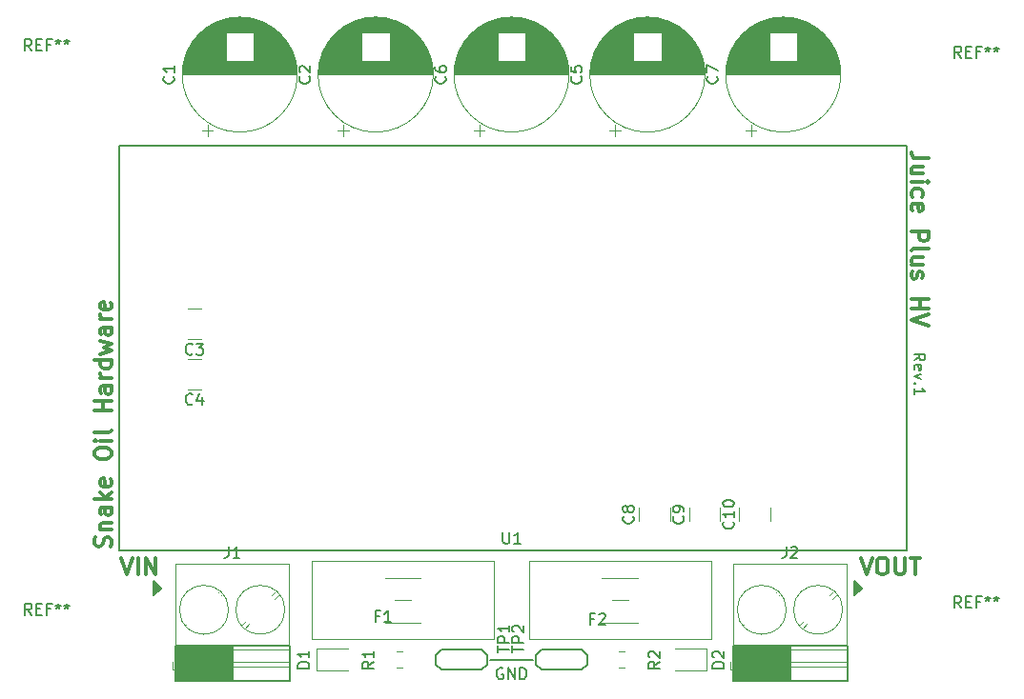
<source format=gto>
G04 #@! TF.GenerationSoftware,KiCad,Pcbnew,5.0.2+dfsg1-1*
G04 #@! TF.CreationDate,2021-08-07T23:33:46+09:00*
G04 #@! TF.ProjectId,juice-plus,6a756963-652d-4706-9c75-732e6b696361,rev?*
G04 #@! TF.SameCoordinates,Original*
G04 #@! TF.FileFunction,Legend,Top*
G04 #@! TF.FilePolarity,Positive*
%FSLAX46Y46*%
G04 Gerber Fmt 4.6, Leading zero omitted, Abs format (unit mm)*
G04 Created by KiCad (PCBNEW 5.0.2+dfsg1-1) date Sat 07 Aug 2021 11:33:46 PM JST*
%MOMM*%
%LPD*%
G01*
G04 APERTURE LIST*
%ADD10C,0.200000*%
%ADD11C,0.300000*%
%ADD12C,0.150000*%
%ADD13C,0.120000*%
G04 APERTURE END LIST*
D10*
X121467619Y-124515714D02*
X121943809Y-124182380D01*
X121467619Y-123944285D02*
X122467619Y-123944285D01*
X122467619Y-124325238D01*
X122420000Y-124420476D01*
X122372380Y-124468095D01*
X122277142Y-124515714D01*
X122134285Y-124515714D01*
X122039047Y-124468095D01*
X121991428Y-124420476D01*
X121943809Y-124325238D01*
X121943809Y-123944285D01*
X121515238Y-125325238D02*
X121467619Y-125230000D01*
X121467619Y-125039523D01*
X121515238Y-124944285D01*
X121610476Y-124896666D01*
X121991428Y-124896666D01*
X122086666Y-124944285D01*
X122134285Y-125039523D01*
X122134285Y-125230000D01*
X122086666Y-125325238D01*
X121991428Y-125372857D01*
X121896190Y-125372857D01*
X121800952Y-124896666D01*
X122134285Y-125706190D02*
X121467619Y-125944285D01*
X122134285Y-126182380D01*
X121562857Y-126563333D02*
X121515238Y-126610952D01*
X121467619Y-126563333D01*
X121515238Y-126515714D01*
X121562857Y-126563333D01*
X121467619Y-126563333D01*
X121467619Y-127563333D02*
X121467619Y-126991904D01*
X121467619Y-127277619D02*
X122467619Y-127277619D01*
X122324761Y-127182380D01*
X122229523Y-127087142D01*
X122181904Y-126991904D01*
D11*
X122741428Y-106557857D02*
X121670000Y-106557857D01*
X121455714Y-106486428D01*
X121312857Y-106343571D01*
X121241428Y-106129285D01*
X121241428Y-105986428D01*
X122241428Y-107915000D02*
X121241428Y-107915000D01*
X122241428Y-107272142D02*
X121455714Y-107272142D01*
X121312857Y-107343571D01*
X121241428Y-107486428D01*
X121241428Y-107700714D01*
X121312857Y-107843571D01*
X121384285Y-107915000D01*
X121241428Y-108629285D02*
X122241428Y-108629285D01*
X122741428Y-108629285D02*
X122670000Y-108557857D01*
X122598571Y-108629285D01*
X122670000Y-108700714D01*
X122741428Y-108629285D01*
X122598571Y-108629285D01*
X121312857Y-109986428D02*
X121241428Y-109843571D01*
X121241428Y-109557857D01*
X121312857Y-109415000D01*
X121384285Y-109343571D01*
X121527142Y-109272142D01*
X121955714Y-109272142D01*
X122098571Y-109343571D01*
X122170000Y-109415000D01*
X122241428Y-109557857D01*
X122241428Y-109843571D01*
X122170000Y-109986428D01*
X121312857Y-111200714D02*
X121241428Y-111057857D01*
X121241428Y-110772142D01*
X121312857Y-110629285D01*
X121455714Y-110557857D01*
X122027142Y-110557857D01*
X122170000Y-110629285D01*
X122241428Y-110772142D01*
X122241428Y-111057857D01*
X122170000Y-111200714D01*
X122027142Y-111272142D01*
X121884285Y-111272142D01*
X121741428Y-110557857D01*
X121241428Y-113057857D02*
X122741428Y-113057857D01*
X122741428Y-113629285D01*
X122670000Y-113772142D01*
X122598571Y-113843571D01*
X122455714Y-113915000D01*
X122241428Y-113915000D01*
X122098571Y-113843571D01*
X122027142Y-113772142D01*
X121955714Y-113629285D01*
X121955714Y-113057857D01*
X121241428Y-114772142D02*
X121312857Y-114629285D01*
X121455714Y-114557857D01*
X122741428Y-114557857D01*
X122241428Y-115986428D02*
X121241428Y-115986428D01*
X122241428Y-115343571D02*
X121455714Y-115343571D01*
X121312857Y-115415000D01*
X121241428Y-115557857D01*
X121241428Y-115772142D01*
X121312857Y-115915000D01*
X121384285Y-115986428D01*
X121312857Y-116629285D02*
X121241428Y-116772142D01*
X121241428Y-117057857D01*
X121312857Y-117200714D01*
X121455714Y-117272142D01*
X121527142Y-117272142D01*
X121670000Y-117200714D01*
X121741428Y-117057857D01*
X121741428Y-116843571D01*
X121812857Y-116700714D01*
X121955714Y-116629285D01*
X122027142Y-116629285D01*
X122170000Y-116700714D01*
X122241428Y-116843571D01*
X122241428Y-117057857D01*
X122170000Y-117200714D01*
X121241428Y-119057857D02*
X122741428Y-119057857D01*
X122027142Y-119057857D02*
X122027142Y-119914999D01*
X121241428Y-119914999D02*
X122741428Y-119914999D01*
X122741428Y-120414999D02*
X121241428Y-120914999D01*
X122741428Y-121414999D01*
X50137142Y-141067857D02*
X50208571Y-140853571D01*
X50208571Y-140496428D01*
X50137142Y-140353571D01*
X50065714Y-140282142D01*
X49922857Y-140210714D01*
X49780000Y-140210714D01*
X49637142Y-140282142D01*
X49565714Y-140353571D01*
X49494285Y-140496428D01*
X49422857Y-140782142D01*
X49351428Y-140925000D01*
X49280000Y-140996428D01*
X49137142Y-141067857D01*
X48994285Y-141067857D01*
X48851428Y-140996428D01*
X48780000Y-140925000D01*
X48708571Y-140782142D01*
X48708571Y-140425000D01*
X48780000Y-140210714D01*
X49208571Y-139567857D02*
X50208571Y-139567857D01*
X49351428Y-139567857D02*
X49280000Y-139496428D01*
X49208571Y-139353571D01*
X49208571Y-139139285D01*
X49280000Y-138996428D01*
X49422857Y-138925000D01*
X50208571Y-138925000D01*
X50208571Y-137567857D02*
X49422857Y-137567857D01*
X49280000Y-137639285D01*
X49208571Y-137782142D01*
X49208571Y-138067857D01*
X49280000Y-138210714D01*
X50137142Y-137567857D02*
X50208571Y-137710714D01*
X50208571Y-138067857D01*
X50137142Y-138210714D01*
X49994285Y-138282142D01*
X49851428Y-138282142D01*
X49708571Y-138210714D01*
X49637142Y-138067857D01*
X49637142Y-137710714D01*
X49565714Y-137567857D01*
X50208571Y-136853571D02*
X48708571Y-136853571D01*
X49637142Y-136710714D02*
X50208571Y-136282142D01*
X49208571Y-136282142D02*
X49780000Y-136853571D01*
X50137142Y-135067857D02*
X50208571Y-135210714D01*
X50208571Y-135496428D01*
X50137142Y-135639285D01*
X49994285Y-135710714D01*
X49422857Y-135710714D01*
X49280000Y-135639285D01*
X49208571Y-135496428D01*
X49208571Y-135210714D01*
X49280000Y-135067857D01*
X49422857Y-134996428D01*
X49565714Y-134996428D01*
X49708571Y-135710714D01*
X48708571Y-132925000D02*
X48708571Y-132639285D01*
X48780000Y-132496428D01*
X48922857Y-132353571D01*
X49208571Y-132282142D01*
X49708571Y-132282142D01*
X49994285Y-132353571D01*
X50137142Y-132496428D01*
X50208571Y-132639285D01*
X50208571Y-132925000D01*
X50137142Y-133067857D01*
X49994285Y-133210714D01*
X49708571Y-133282142D01*
X49208571Y-133282142D01*
X48922857Y-133210714D01*
X48780000Y-133067857D01*
X48708571Y-132925000D01*
X50208571Y-131639285D02*
X49208571Y-131639285D01*
X48708571Y-131639285D02*
X48780000Y-131710714D01*
X48851428Y-131639285D01*
X48780000Y-131567857D01*
X48708571Y-131639285D01*
X48851428Y-131639285D01*
X50208571Y-130710714D02*
X50137142Y-130853571D01*
X49994285Y-130925000D01*
X48708571Y-130925000D01*
X50208571Y-128996428D02*
X48708571Y-128996428D01*
X49422857Y-128996428D02*
X49422857Y-128139285D01*
X50208571Y-128139285D02*
X48708571Y-128139285D01*
X50208571Y-126782142D02*
X49422857Y-126782142D01*
X49280000Y-126853571D01*
X49208571Y-126996428D01*
X49208571Y-127282142D01*
X49280000Y-127425000D01*
X50137142Y-126782142D02*
X50208571Y-126925000D01*
X50208571Y-127282142D01*
X50137142Y-127425000D01*
X49994285Y-127496428D01*
X49851428Y-127496428D01*
X49708571Y-127425000D01*
X49637142Y-127282142D01*
X49637142Y-126925000D01*
X49565714Y-126782142D01*
X50208571Y-126067857D02*
X49208571Y-126067857D01*
X49494285Y-126067857D02*
X49351428Y-125996428D01*
X49280000Y-125925000D01*
X49208571Y-125782142D01*
X49208571Y-125639285D01*
X50208571Y-124496428D02*
X48708571Y-124496428D01*
X50137142Y-124496428D02*
X50208571Y-124639285D01*
X50208571Y-124925000D01*
X50137142Y-125067857D01*
X50065714Y-125139285D01*
X49922857Y-125210714D01*
X49494285Y-125210714D01*
X49351428Y-125139285D01*
X49280000Y-125067857D01*
X49208571Y-124925000D01*
X49208571Y-124639285D01*
X49280000Y-124496428D01*
X49208571Y-123925000D02*
X50208571Y-123639285D01*
X49494285Y-123353571D01*
X50208571Y-123067857D01*
X49208571Y-122782142D01*
X50208571Y-121567857D02*
X49422857Y-121567857D01*
X49280000Y-121639285D01*
X49208571Y-121782142D01*
X49208571Y-122067857D01*
X49280000Y-122210714D01*
X50137142Y-121567857D02*
X50208571Y-121710714D01*
X50208571Y-122067857D01*
X50137142Y-122210714D01*
X49994285Y-122282142D01*
X49851428Y-122282142D01*
X49708571Y-122210714D01*
X49637142Y-122067857D01*
X49637142Y-121710714D01*
X49565714Y-121567857D01*
X50208571Y-120853571D02*
X49208571Y-120853571D01*
X49494285Y-120853571D02*
X49351428Y-120782142D01*
X49280000Y-120710714D01*
X49208571Y-120567857D01*
X49208571Y-120425000D01*
X50137142Y-119353571D02*
X50208571Y-119496428D01*
X50208571Y-119782142D01*
X50137142Y-119925000D01*
X49994285Y-119996428D01*
X49422857Y-119996428D01*
X49280000Y-119925000D01*
X49208571Y-119782142D01*
X49208571Y-119496428D01*
X49280000Y-119353571D01*
X49422857Y-119282142D01*
X49565714Y-119282142D01*
X49708571Y-119996428D01*
D12*
G36*
X116205000Y-144145000D02*
X116205000Y-145415000D01*
X116840000Y-144780000D01*
X116205000Y-144145000D01*
G37*
X116205000Y-144145000D02*
X116205000Y-145415000D01*
X116840000Y-144780000D01*
X116205000Y-144145000D01*
G36*
X53975000Y-144145000D02*
X53975000Y-145415000D01*
X54610000Y-144780000D01*
X53975000Y-144145000D01*
G37*
X53975000Y-144145000D02*
X53975000Y-145415000D01*
X54610000Y-144780000D01*
X53975000Y-144145000D01*
D10*
X110490000Y-153035000D02*
X110490000Y-149860000D01*
X115570000Y-153035000D02*
X110490000Y-153035000D01*
X115570000Y-149860000D02*
X115570000Y-153035000D01*
X110490000Y-149860000D02*
X115570000Y-149860000D01*
X60960000Y-153035000D02*
X60960000Y-149860000D01*
X66040000Y-153035000D02*
X60960000Y-153035000D01*
X66040000Y-149860000D02*
X66040000Y-153035000D01*
X60960000Y-149860000D02*
X66040000Y-149860000D01*
X83820000Y-151130000D02*
X87630000Y-151130000D01*
X84963095Y-151900000D02*
X84867857Y-151852380D01*
X84725000Y-151852380D01*
X84582142Y-151900000D01*
X84486904Y-151995238D01*
X84439285Y-152090476D01*
X84391666Y-152280952D01*
X84391666Y-152423809D01*
X84439285Y-152614285D01*
X84486904Y-152709523D01*
X84582142Y-152804761D01*
X84725000Y-152852380D01*
X84820238Y-152852380D01*
X84963095Y-152804761D01*
X85010714Y-152757142D01*
X85010714Y-152423809D01*
X84820238Y-152423809D01*
X85439285Y-152852380D02*
X85439285Y-151852380D01*
X86010714Y-152852380D01*
X86010714Y-151852380D01*
X86486904Y-152852380D02*
X86486904Y-151852380D01*
X86725000Y-151852380D01*
X86867857Y-151900000D01*
X86963095Y-151995238D01*
X87010714Y-152090476D01*
X87058333Y-152280952D01*
X87058333Y-152423809D01*
X87010714Y-152614285D01*
X86963095Y-152709523D01*
X86867857Y-152804761D01*
X86725000Y-152852380D01*
X86486904Y-152852380D01*
D12*
G36*
X105410000Y-149860000D02*
X110490000Y-149860000D01*
X110490000Y-153035000D01*
X105410000Y-153035000D01*
X105410000Y-149860000D01*
G37*
X105410000Y-149860000D02*
X110490000Y-149860000D01*
X110490000Y-153035000D01*
X105410000Y-153035000D01*
X105410000Y-149860000D01*
G36*
X55880000Y-149860000D02*
X60960000Y-149860000D01*
X60960000Y-153035000D01*
X55880000Y-153035000D01*
X55880000Y-149860000D01*
G37*
X55880000Y-149860000D02*
X60960000Y-149860000D01*
X60960000Y-153035000D01*
X55880000Y-153035000D01*
X55880000Y-149860000D01*
D11*
X116737142Y-142053571D02*
X117237142Y-143553571D01*
X117737142Y-142053571D01*
X118522857Y-142053571D02*
X118808571Y-142053571D01*
X118951428Y-142125000D01*
X119094285Y-142267857D01*
X119165714Y-142553571D01*
X119165714Y-143053571D01*
X119094285Y-143339285D01*
X118951428Y-143482142D01*
X118808571Y-143553571D01*
X118522857Y-143553571D01*
X118380000Y-143482142D01*
X118237142Y-143339285D01*
X118165714Y-143053571D01*
X118165714Y-142553571D01*
X118237142Y-142267857D01*
X118380000Y-142125000D01*
X118522857Y-142053571D01*
X119808571Y-142053571D02*
X119808571Y-143267857D01*
X119880000Y-143410714D01*
X119951428Y-143482142D01*
X120094285Y-143553571D01*
X120380000Y-143553571D01*
X120522857Y-143482142D01*
X120594285Y-143410714D01*
X120665714Y-143267857D01*
X120665714Y-142053571D01*
X121165714Y-142053571D02*
X122022857Y-142053571D01*
X121594285Y-143553571D02*
X121594285Y-142053571D01*
X51062142Y-142053571D02*
X51562142Y-143553571D01*
X52062142Y-142053571D01*
X52562142Y-143553571D02*
X52562142Y-142053571D01*
X53276428Y-143553571D02*
X53276428Y-142053571D01*
X54133571Y-143553571D01*
X54133571Y-142053571D01*
D13*
G04 #@! TO.C,D1*
X68380000Y-152090000D02*
X71240000Y-152090000D01*
X68380000Y-150170000D02*
X68380000Y-152090000D01*
X71240000Y-150170000D02*
X68380000Y-150170000D01*
G04 #@! TO.C,D2*
X100210000Y-152090000D02*
X103070000Y-152090000D01*
X103070000Y-152090000D02*
X103070000Y-150170000D01*
X103070000Y-150170000D02*
X100210000Y-150170000D01*
G04 #@! TO.C,F1*
X84180000Y-149315000D02*
X84180000Y-142375000D01*
X84180000Y-142375000D02*
X67980000Y-142375000D01*
X67980000Y-142375000D02*
X67980000Y-149315000D01*
X67980000Y-149315000D02*
X84180000Y-149315000D01*
X76830000Y-145845000D02*
X75330000Y-145845000D01*
X74480000Y-143845000D02*
X77680000Y-143845000D01*
X77680000Y-147845000D02*
X74480000Y-147845000D01*
G04 #@! TO.C,F2*
X96970000Y-147845000D02*
X93770000Y-147845000D01*
X93770000Y-143845000D02*
X96970000Y-143845000D01*
X96120000Y-145845000D02*
X94620000Y-145845000D01*
X87270000Y-149315000D02*
X103470000Y-149315000D01*
X87270000Y-142375000D02*
X87270000Y-149315000D01*
X103470000Y-142375000D02*
X87270000Y-142375000D01*
X103470000Y-149315000D02*
X103470000Y-142375000D01*
G04 #@! TO.C,R1*
X76071252Y-150420000D02*
X75548748Y-150420000D01*
X76071252Y-151840000D02*
X75548748Y-151840000D01*
G04 #@! TO.C,R2*
X95233748Y-151840000D02*
X95756252Y-151840000D01*
X95233748Y-150420000D02*
X95756252Y-150420000D01*
D12*
G04 #@! TO.C,TP1*
X83080000Y-152030000D02*
X79480000Y-152030000D01*
X79480000Y-152030000D02*
X78980000Y-151530000D01*
X78980000Y-151530000D02*
X78980000Y-150730000D01*
X78980000Y-150730000D02*
X79480000Y-150230000D01*
X79480000Y-150230000D02*
X83080000Y-150230000D01*
X83080000Y-150230000D02*
X83580000Y-150730000D01*
X83580000Y-150730000D02*
X83580000Y-151530000D01*
X83580000Y-151530000D02*
X83080000Y-152030000D01*
G04 #@! TO.C,TP2*
X87870000Y-150730000D02*
X88370000Y-150230000D01*
X87870000Y-151530000D02*
X87870000Y-150730000D01*
X88370000Y-152030000D02*
X87870000Y-151530000D01*
X91970000Y-152030000D02*
X88370000Y-152030000D01*
X92470000Y-151530000D02*
X91970000Y-152030000D01*
X92470000Y-150730000D02*
X92470000Y-151530000D01*
X91970000Y-150230000D02*
X92470000Y-150730000D01*
X88370000Y-150230000D02*
X91970000Y-150230000D01*
D13*
G04 #@! TO.C,J1*
X60600000Y-146685000D02*
G75*
G03X60600000Y-146685000I-2180000J0D01*
G01*
X65600000Y-146685000D02*
G75*
G03X65600000Y-146685000I-2180000J0D01*
G01*
X55860000Y-151285000D02*
X65980000Y-151285000D01*
X55860000Y-150185000D02*
X65980000Y-150185000D01*
X55860000Y-142625000D02*
X65980000Y-142625000D01*
X55860000Y-151745000D02*
X65980000Y-151745000D01*
X55860000Y-142625000D02*
X55860000Y-151745000D01*
X65980000Y-142625000D02*
X65980000Y-151745000D01*
X60074000Y-145297000D02*
X59967000Y-145404000D01*
X57138000Y-148232000D02*
X57032000Y-148339000D01*
X59808000Y-145031000D02*
X59701000Y-145138000D01*
X56872000Y-147966000D02*
X56766000Y-148073000D01*
X65074000Y-145297000D02*
X64679000Y-145693000D01*
X62413000Y-147959000D02*
X62033000Y-148339000D01*
X64808000Y-145031000D02*
X64428000Y-145411000D01*
X62162000Y-147677000D02*
X61767000Y-148073000D01*
X55620000Y-151345000D02*
X55620000Y-151985000D01*
X55620000Y-151985000D02*
X56020000Y-151985000D01*
G04 #@! TO.C,C1*
X66715000Y-99100000D02*
G75*
G03X66715000Y-99100000I-5120000J0D01*
G01*
X56515000Y-99100000D02*
X66675000Y-99100000D01*
X56515000Y-99060000D02*
X66675000Y-99060000D01*
X56515000Y-99020000D02*
X66675000Y-99020000D01*
X56516000Y-98980000D02*
X66674000Y-98980000D01*
X56517000Y-98940000D02*
X66673000Y-98940000D01*
X56518000Y-98900000D02*
X66672000Y-98900000D01*
X56520000Y-98860000D02*
X66670000Y-98860000D01*
X56522000Y-98820000D02*
X66668000Y-98820000D01*
X56525000Y-98780000D02*
X66665000Y-98780000D01*
X56527000Y-98740000D02*
X66663000Y-98740000D01*
X56530000Y-98700000D02*
X66660000Y-98700000D01*
X56533000Y-98660000D02*
X66657000Y-98660000D01*
X56537000Y-98620000D02*
X66653000Y-98620000D01*
X56541000Y-98580000D02*
X66649000Y-98580000D01*
X56545000Y-98540000D02*
X66645000Y-98540000D01*
X56550000Y-98500000D02*
X66640000Y-98500000D01*
X56555000Y-98460000D02*
X66635000Y-98460000D01*
X56560000Y-98420000D02*
X66630000Y-98420000D01*
X56565000Y-98379000D02*
X66625000Y-98379000D01*
X56571000Y-98339000D02*
X66619000Y-98339000D01*
X56577000Y-98299000D02*
X66613000Y-98299000D01*
X56584000Y-98259000D02*
X66606000Y-98259000D01*
X56591000Y-98219000D02*
X66599000Y-98219000D01*
X56598000Y-98179000D02*
X66592000Y-98179000D01*
X56605000Y-98139000D02*
X66585000Y-98139000D01*
X56613000Y-98099000D02*
X66577000Y-98099000D01*
X56621000Y-98059000D02*
X66569000Y-98059000D01*
X56630000Y-98019000D02*
X66560000Y-98019000D01*
X56639000Y-97979000D02*
X66551000Y-97979000D01*
X56648000Y-97939000D02*
X66542000Y-97939000D01*
X56657000Y-97899000D02*
X66533000Y-97899000D01*
X56667000Y-97859000D02*
X66523000Y-97859000D01*
X56677000Y-97819000D02*
X60354000Y-97819000D01*
X62836000Y-97819000D02*
X66513000Y-97819000D01*
X56688000Y-97779000D02*
X60354000Y-97779000D01*
X62836000Y-97779000D02*
X66502000Y-97779000D01*
X56698000Y-97739000D02*
X60354000Y-97739000D01*
X62836000Y-97739000D02*
X66492000Y-97739000D01*
X56710000Y-97699000D02*
X60354000Y-97699000D01*
X62836000Y-97699000D02*
X66480000Y-97699000D01*
X56721000Y-97659000D02*
X60354000Y-97659000D01*
X62836000Y-97659000D02*
X66469000Y-97659000D01*
X56733000Y-97619000D02*
X60354000Y-97619000D01*
X62836000Y-97619000D02*
X66457000Y-97619000D01*
X56745000Y-97579000D02*
X60354000Y-97579000D01*
X62836000Y-97579000D02*
X66445000Y-97579000D01*
X56758000Y-97539000D02*
X60354000Y-97539000D01*
X62836000Y-97539000D02*
X66432000Y-97539000D01*
X56771000Y-97499000D02*
X60354000Y-97499000D01*
X62836000Y-97499000D02*
X66419000Y-97499000D01*
X56784000Y-97459000D02*
X60354000Y-97459000D01*
X62836000Y-97459000D02*
X66406000Y-97459000D01*
X56798000Y-97419000D02*
X60354000Y-97419000D01*
X62836000Y-97419000D02*
X66392000Y-97419000D01*
X56812000Y-97379000D02*
X60354000Y-97379000D01*
X62836000Y-97379000D02*
X66378000Y-97379000D01*
X56827000Y-97339000D02*
X60354000Y-97339000D01*
X62836000Y-97339000D02*
X66363000Y-97339000D01*
X56841000Y-97299000D02*
X60354000Y-97299000D01*
X62836000Y-97299000D02*
X66349000Y-97299000D01*
X56857000Y-97259000D02*
X60354000Y-97259000D01*
X62836000Y-97259000D02*
X66333000Y-97259000D01*
X56872000Y-97219000D02*
X60354000Y-97219000D01*
X62836000Y-97219000D02*
X66318000Y-97219000D01*
X56888000Y-97179000D02*
X60354000Y-97179000D01*
X62836000Y-97179000D02*
X66302000Y-97179000D01*
X56905000Y-97139000D02*
X60354000Y-97139000D01*
X62836000Y-97139000D02*
X66285000Y-97139000D01*
X56921000Y-97099000D02*
X60354000Y-97099000D01*
X62836000Y-97099000D02*
X66269000Y-97099000D01*
X56938000Y-97059000D02*
X60354000Y-97059000D01*
X62836000Y-97059000D02*
X66252000Y-97059000D01*
X56956000Y-97019000D02*
X60354000Y-97019000D01*
X62836000Y-97019000D02*
X66234000Y-97019000D01*
X56974000Y-96979000D02*
X60354000Y-96979000D01*
X62836000Y-96979000D02*
X66216000Y-96979000D01*
X56992000Y-96939000D02*
X60354000Y-96939000D01*
X62836000Y-96939000D02*
X66198000Y-96939000D01*
X57011000Y-96899000D02*
X60354000Y-96899000D01*
X62836000Y-96899000D02*
X66179000Y-96899000D01*
X57031000Y-96859000D02*
X60354000Y-96859000D01*
X62836000Y-96859000D02*
X66159000Y-96859000D01*
X57050000Y-96819000D02*
X60354000Y-96819000D01*
X62836000Y-96819000D02*
X66140000Y-96819000D01*
X57070000Y-96779000D02*
X60354000Y-96779000D01*
X62836000Y-96779000D02*
X66120000Y-96779000D01*
X57091000Y-96739000D02*
X60354000Y-96739000D01*
X62836000Y-96739000D02*
X66099000Y-96739000D01*
X57112000Y-96699000D02*
X60354000Y-96699000D01*
X62836000Y-96699000D02*
X66078000Y-96699000D01*
X57133000Y-96659000D02*
X60354000Y-96659000D01*
X62836000Y-96659000D02*
X66057000Y-96659000D01*
X57155000Y-96619000D02*
X60354000Y-96619000D01*
X62836000Y-96619000D02*
X66035000Y-96619000D01*
X57178000Y-96579000D02*
X60354000Y-96579000D01*
X62836000Y-96579000D02*
X66012000Y-96579000D01*
X57200000Y-96539000D02*
X60354000Y-96539000D01*
X62836000Y-96539000D02*
X65990000Y-96539000D01*
X57224000Y-96499000D02*
X60354000Y-96499000D01*
X62836000Y-96499000D02*
X65966000Y-96499000D01*
X57248000Y-96459000D02*
X60354000Y-96459000D01*
X62836000Y-96459000D02*
X65942000Y-96459000D01*
X57272000Y-96419000D02*
X60354000Y-96419000D01*
X62836000Y-96419000D02*
X65918000Y-96419000D01*
X57297000Y-96379000D02*
X60354000Y-96379000D01*
X62836000Y-96379000D02*
X65893000Y-96379000D01*
X57322000Y-96339000D02*
X60354000Y-96339000D01*
X62836000Y-96339000D02*
X65868000Y-96339000D01*
X57348000Y-96299000D02*
X60354000Y-96299000D01*
X62836000Y-96299000D02*
X65842000Y-96299000D01*
X57374000Y-96259000D02*
X60354000Y-96259000D01*
X62836000Y-96259000D02*
X65816000Y-96259000D01*
X57401000Y-96219000D02*
X60354000Y-96219000D01*
X62836000Y-96219000D02*
X65789000Y-96219000D01*
X57429000Y-96179000D02*
X60354000Y-96179000D01*
X62836000Y-96179000D02*
X65761000Y-96179000D01*
X57457000Y-96139000D02*
X60354000Y-96139000D01*
X62836000Y-96139000D02*
X65733000Y-96139000D01*
X57485000Y-96099000D02*
X60354000Y-96099000D01*
X62836000Y-96099000D02*
X65705000Y-96099000D01*
X57515000Y-96059000D02*
X60354000Y-96059000D01*
X62836000Y-96059000D02*
X65675000Y-96059000D01*
X57545000Y-96019000D02*
X60354000Y-96019000D01*
X62836000Y-96019000D02*
X65645000Y-96019000D01*
X57575000Y-95979000D02*
X60354000Y-95979000D01*
X62836000Y-95979000D02*
X65615000Y-95979000D01*
X57606000Y-95939000D02*
X60354000Y-95939000D01*
X62836000Y-95939000D02*
X65584000Y-95939000D01*
X57638000Y-95899000D02*
X60354000Y-95899000D01*
X62836000Y-95899000D02*
X65552000Y-95899000D01*
X57670000Y-95859000D02*
X60354000Y-95859000D01*
X62836000Y-95859000D02*
X65520000Y-95859000D01*
X57703000Y-95819000D02*
X60354000Y-95819000D01*
X62836000Y-95819000D02*
X65487000Y-95819000D01*
X57737000Y-95779000D02*
X60354000Y-95779000D01*
X62836000Y-95779000D02*
X65453000Y-95779000D01*
X57771000Y-95739000D02*
X60354000Y-95739000D01*
X62836000Y-95739000D02*
X65419000Y-95739000D01*
X57806000Y-95699000D02*
X60354000Y-95699000D01*
X62836000Y-95699000D02*
X65384000Y-95699000D01*
X57842000Y-95659000D02*
X60354000Y-95659000D01*
X62836000Y-95659000D02*
X65348000Y-95659000D01*
X57879000Y-95619000D02*
X60354000Y-95619000D01*
X62836000Y-95619000D02*
X65311000Y-95619000D01*
X57916000Y-95579000D02*
X60354000Y-95579000D01*
X62836000Y-95579000D02*
X65274000Y-95579000D01*
X57955000Y-95539000D02*
X60354000Y-95539000D01*
X62836000Y-95539000D02*
X65235000Y-95539000D01*
X57994000Y-95499000D02*
X60354000Y-95499000D01*
X62836000Y-95499000D02*
X65196000Y-95499000D01*
X58034000Y-95459000D02*
X60354000Y-95459000D01*
X62836000Y-95459000D02*
X65156000Y-95459000D01*
X58075000Y-95419000D02*
X60354000Y-95419000D01*
X62836000Y-95419000D02*
X65115000Y-95419000D01*
X58117000Y-95379000D02*
X60354000Y-95379000D01*
X62836000Y-95379000D02*
X65073000Y-95379000D01*
X58159000Y-95339000D02*
X65031000Y-95339000D01*
X58203000Y-95299000D02*
X64987000Y-95299000D01*
X58248000Y-95259000D02*
X64942000Y-95259000D01*
X58294000Y-95219000D02*
X64896000Y-95219000D01*
X58341000Y-95179000D02*
X64849000Y-95179000D01*
X58389000Y-95139000D02*
X64801000Y-95139000D01*
X58439000Y-95099000D02*
X64751000Y-95099000D01*
X58489000Y-95059000D02*
X64701000Y-95059000D01*
X58541000Y-95019000D02*
X64649000Y-95019000D01*
X58595000Y-94979000D02*
X64595000Y-94979000D01*
X58650000Y-94939000D02*
X64540000Y-94939000D01*
X58706000Y-94899000D02*
X64484000Y-94899000D01*
X58765000Y-94859000D02*
X64425000Y-94859000D01*
X58825000Y-94819000D02*
X64365000Y-94819000D01*
X58886000Y-94779000D02*
X64304000Y-94779000D01*
X58950000Y-94739000D02*
X64240000Y-94739000D01*
X59016000Y-94699000D02*
X64174000Y-94699000D01*
X59085000Y-94659000D02*
X64105000Y-94659000D01*
X59156000Y-94619000D02*
X64034000Y-94619000D01*
X59230000Y-94579000D02*
X63960000Y-94579000D01*
X59306000Y-94539000D02*
X63884000Y-94539000D01*
X59386000Y-94499000D02*
X63804000Y-94499000D01*
X59470000Y-94459000D02*
X63720000Y-94459000D01*
X59558000Y-94419000D02*
X63632000Y-94419000D01*
X59651000Y-94379000D02*
X63539000Y-94379000D01*
X59749000Y-94339000D02*
X63441000Y-94339000D01*
X59853000Y-94299000D02*
X63337000Y-94299000D01*
X59965000Y-94259000D02*
X63225000Y-94259000D01*
X60085000Y-94219000D02*
X63105000Y-94219000D01*
X60217000Y-94179000D02*
X62973000Y-94179000D01*
X60365000Y-94139000D02*
X62825000Y-94139000D01*
X60533000Y-94099000D02*
X62657000Y-94099000D01*
X60733000Y-94059000D02*
X62457000Y-94059000D01*
X60996000Y-94019000D02*
X62194000Y-94019000D01*
X58720000Y-104579646D02*
X58720000Y-103579646D01*
X58220000Y-104079646D02*
X59220000Y-104079646D01*
G04 #@! TO.C,J2*
X110130000Y-146685000D02*
G75*
G03X110130000Y-146685000I-2180000J0D01*
G01*
X115130000Y-146685000D02*
G75*
G03X115130000Y-146685000I-2180000J0D01*
G01*
X105390000Y-151285000D02*
X115510000Y-151285000D01*
X105390000Y-150185000D02*
X115510000Y-150185000D01*
X105390000Y-142625000D02*
X115510000Y-142625000D01*
X105390000Y-151745000D02*
X115510000Y-151745000D01*
X105390000Y-142625000D02*
X105390000Y-151745000D01*
X115510000Y-142625000D02*
X115510000Y-151745000D01*
X109604000Y-145297000D02*
X109497000Y-145404000D01*
X106668000Y-148232000D02*
X106562000Y-148339000D01*
X109338000Y-145031000D02*
X109231000Y-145138000D01*
X106402000Y-147966000D02*
X106296000Y-148073000D01*
X114604000Y-145297000D02*
X114209000Y-145693000D01*
X111943000Y-147959000D02*
X111563000Y-148339000D01*
X114338000Y-145031000D02*
X113958000Y-145411000D01*
X111692000Y-147677000D02*
X111297000Y-148073000D01*
X105150000Y-151345000D02*
X105150000Y-151985000D01*
X105150000Y-151985000D02*
X105550000Y-151985000D01*
D12*
G04 #@! TO.C,U1*
X50864000Y-141430000D02*
X50864000Y-105430000D01*
X50864000Y-105430000D02*
X120864000Y-105430000D01*
X120864000Y-105430000D02*
X120864000Y-141430000D01*
X120864000Y-141430000D02*
X50864000Y-141430000D01*
D13*
G04 #@! TO.C,C5*
X94415000Y-104079646D02*
X95415000Y-104079646D01*
X94915000Y-104579646D02*
X94915000Y-103579646D01*
X97191000Y-94019000D02*
X98389000Y-94019000D01*
X96928000Y-94059000D02*
X98652000Y-94059000D01*
X96728000Y-94099000D02*
X98852000Y-94099000D01*
X96560000Y-94139000D02*
X99020000Y-94139000D01*
X96412000Y-94179000D02*
X99168000Y-94179000D01*
X96280000Y-94219000D02*
X99300000Y-94219000D01*
X96160000Y-94259000D02*
X99420000Y-94259000D01*
X96048000Y-94299000D02*
X99532000Y-94299000D01*
X95944000Y-94339000D02*
X99636000Y-94339000D01*
X95846000Y-94379000D02*
X99734000Y-94379000D01*
X95753000Y-94419000D02*
X99827000Y-94419000D01*
X95665000Y-94459000D02*
X99915000Y-94459000D01*
X95581000Y-94499000D02*
X99999000Y-94499000D01*
X95501000Y-94539000D02*
X100079000Y-94539000D01*
X95425000Y-94579000D02*
X100155000Y-94579000D01*
X95351000Y-94619000D02*
X100229000Y-94619000D01*
X95280000Y-94659000D02*
X100300000Y-94659000D01*
X95211000Y-94699000D02*
X100369000Y-94699000D01*
X95145000Y-94739000D02*
X100435000Y-94739000D01*
X95081000Y-94779000D02*
X100499000Y-94779000D01*
X95020000Y-94819000D02*
X100560000Y-94819000D01*
X94960000Y-94859000D02*
X100620000Y-94859000D01*
X94901000Y-94899000D02*
X100679000Y-94899000D01*
X94845000Y-94939000D02*
X100735000Y-94939000D01*
X94790000Y-94979000D02*
X100790000Y-94979000D01*
X94736000Y-95019000D02*
X100844000Y-95019000D01*
X94684000Y-95059000D02*
X100896000Y-95059000D01*
X94634000Y-95099000D02*
X100946000Y-95099000D01*
X94584000Y-95139000D02*
X100996000Y-95139000D01*
X94536000Y-95179000D02*
X101044000Y-95179000D01*
X94489000Y-95219000D02*
X101091000Y-95219000D01*
X94443000Y-95259000D02*
X101137000Y-95259000D01*
X94398000Y-95299000D02*
X101182000Y-95299000D01*
X94354000Y-95339000D02*
X101226000Y-95339000D01*
X99031000Y-95379000D02*
X101268000Y-95379000D01*
X94312000Y-95379000D02*
X96549000Y-95379000D01*
X99031000Y-95419000D02*
X101310000Y-95419000D01*
X94270000Y-95419000D02*
X96549000Y-95419000D01*
X99031000Y-95459000D02*
X101351000Y-95459000D01*
X94229000Y-95459000D02*
X96549000Y-95459000D01*
X99031000Y-95499000D02*
X101391000Y-95499000D01*
X94189000Y-95499000D02*
X96549000Y-95499000D01*
X99031000Y-95539000D02*
X101430000Y-95539000D01*
X94150000Y-95539000D02*
X96549000Y-95539000D01*
X99031000Y-95579000D02*
X101469000Y-95579000D01*
X94111000Y-95579000D02*
X96549000Y-95579000D01*
X99031000Y-95619000D02*
X101506000Y-95619000D01*
X94074000Y-95619000D02*
X96549000Y-95619000D01*
X99031000Y-95659000D02*
X101543000Y-95659000D01*
X94037000Y-95659000D02*
X96549000Y-95659000D01*
X99031000Y-95699000D02*
X101579000Y-95699000D01*
X94001000Y-95699000D02*
X96549000Y-95699000D01*
X99031000Y-95739000D02*
X101614000Y-95739000D01*
X93966000Y-95739000D02*
X96549000Y-95739000D01*
X99031000Y-95779000D02*
X101648000Y-95779000D01*
X93932000Y-95779000D02*
X96549000Y-95779000D01*
X99031000Y-95819000D02*
X101682000Y-95819000D01*
X93898000Y-95819000D02*
X96549000Y-95819000D01*
X99031000Y-95859000D02*
X101715000Y-95859000D01*
X93865000Y-95859000D02*
X96549000Y-95859000D01*
X99031000Y-95899000D02*
X101747000Y-95899000D01*
X93833000Y-95899000D02*
X96549000Y-95899000D01*
X99031000Y-95939000D02*
X101779000Y-95939000D01*
X93801000Y-95939000D02*
X96549000Y-95939000D01*
X99031000Y-95979000D02*
X101810000Y-95979000D01*
X93770000Y-95979000D02*
X96549000Y-95979000D01*
X99031000Y-96019000D02*
X101840000Y-96019000D01*
X93740000Y-96019000D02*
X96549000Y-96019000D01*
X99031000Y-96059000D02*
X101870000Y-96059000D01*
X93710000Y-96059000D02*
X96549000Y-96059000D01*
X99031000Y-96099000D02*
X101900000Y-96099000D01*
X93680000Y-96099000D02*
X96549000Y-96099000D01*
X99031000Y-96139000D02*
X101928000Y-96139000D01*
X93652000Y-96139000D02*
X96549000Y-96139000D01*
X99031000Y-96179000D02*
X101956000Y-96179000D01*
X93624000Y-96179000D02*
X96549000Y-96179000D01*
X99031000Y-96219000D02*
X101984000Y-96219000D01*
X93596000Y-96219000D02*
X96549000Y-96219000D01*
X99031000Y-96259000D02*
X102011000Y-96259000D01*
X93569000Y-96259000D02*
X96549000Y-96259000D01*
X99031000Y-96299000D02*
X102037000Y-96299000D01*
X93543000Y-96299000D02*
X96549000Y-96299000D01*
X99031000Y-96339000D02*
X102063000Y-96339000D01*
X93517000Y-96339000D02*
X96549000Y-96339000D01*
X99031000Y-96379000D02*
X102088000Y-96379000D01*
X93492000Y-96379000D02*
X96549000Y-96379000D01*
X99031000Y-96419000D02*
X102113000Y-96419000D01*
X93467000Y-96419000D02*
X96549000Y-96419000D01*
X99031000Y-96459000D02*
X102137000Y-96459000D01*
X93443000Y-96459000D02*
X96549000Y-96459000D01*
X99031000Y-96499000D02*
X102161000Y-96499000D01*
X93419000Y-96499000D02*
X96549000Y-96499000D01*
X99031000Y-96539000D02*
X102185000Y-96539000D01*
X93395000Y-96539000D02*
X96549000Y-96539000D01*
X99031000Y-96579000D02*
X102207000Y-96579000D01*
X93373000Y-96579000D02*
X96549000Y-96579000D01*
X99031000Y-96619000D02*
X102230000Y-96619000D01*
X93350000Y-96619000D02*
X96549000Y-96619000D01*
X99031000Y-96659000D02*
X102252000Y-96659000D01*
X93328000Y-96659000D02*
X96549000Y-96659000D01*
X99031000Y-96699000D02*
X102273000Y-96699000D01*
X93307000Y-96699000D02*
X96549000Y-96699000D01*
X99031000Y-96739000D02*
X102294000Y-96739000D01*
X93286000Y-96739000D02*
X96549000Y-96739000D01*
X99031000Y-96779000D02*
X102315000Y-96779000D01*
X93265000Y-96779000D02*
X96549000Y-96779000D01*
X99031000Y-96819000D02*
X102335000Y-96819000D01*
X93245000Y-96819000D02*
X96549000Y-96819000D01*
X99031000Y-96859000D02*
X102354000Y-96859000D01*
X93226000Y-96859000D02*
X96549000Y-96859000D01*
X99031000Y-96899000D02*
X102374000Y-96899000D01*
X93206000Y-96899000D02*
X96549000Y-96899000D01*
X99031000Y-96939000D02*
X102393000Y-96939000D01*
X93187000Y-96939000D02*
X96549000Y-96939000D01*
X99031000Y-96979000D02*
X102411000Y-96979000D01*
X93169000Y-96979000D02*
X96549000Y-96979000D01*
X99031000Y-97019000D02*
X102429000Y-97019000D01*
X93151000Y-97019000D02*
X96549000Y-97019000D01*
X99031000Y-97059000D02*
X102447000Y-97059000D01*
X93133000Y-97059000D02*
X96549000Y-97059000D01*
X99031000Y-97099000D02*
X102464000Y-97099000D01*
X93116000Y-97099000D02*
X96549000Y-97099000D01*
X99031000Y-97139000D02*
X102480000Y-97139000D01*
X93100000Y-97139000D02*
X96549000Y-97139000D01*
X99031000Y-97179000D02*
X102497000Y-97179000D01*
X93083000Y-97179000D02*
X96549000Y-97179000D01*
X99031000Y-97219000D02*
X102513000Y-97219000D01*
X93067000Y-97219000D02*
X96549000Y-97219000D01*
X99031000Y-97259000D02*
X102528000Y-97259000D01*
X93052000Y-97259000D02*
X96549000Y-97259000D01*
X99031000Y-97299000D02*
X102544000Y-97299000D01*
X93036000Y-97299000D02*
X96549000Y-97299000D01*
X99031000Y-97339000D02*
X102558000Y-97339000D01*
X93022000Y-97339000D02*
X96549000Y-97339000D01*
X99031000Y-97379000D02*
X102573000Y-97379000D01*
X93007000Y-97379000D02*
X96549000Y-97379000D01*
X99031000Y-97419000D02*
X102587000Y-97419000D01*
X92993000Y-97419000D02*
X96549000Y-97419000D01*
X99031000Y-97459000D02*
X102601000Y-97459000D01*
X92979000Y-97459000D02*
X96549000Y-97459000D01*
X99031000Y-97499000D02*
X102614000Y-97499000D01*
X92966000Y-97499000D02*
X96549000Y-97499000D01*
X99031000Y-97539000D02*
X102627000Y-97539000D01*
X92953000Y-97539000D02*
X96549000Y-97539000D01*
X99031000Y-97579000D02*
X102640000Y-97579000D01*
X92940000Y-97579000D02*
X96549000Y-97579000D01*
X99031000Y-97619000D02*
X102652000Y-97619000D01*
X92928000Y-97619000D02*
X96549000Y-97619000D01*
X99031000Y-97659000D02*
X102664000Y-97659000D01*
X92916000Y-97659000D02*
X96549000Y-97659000D01*
X99031000Y-97699000D02*
X102675000Y-97699000D01*
X92905000Y-97699000D02*
X96549000Y-97699000D01*
X99031000Y-97739000D02*
X102687000Y-97739000D01*
X92893000Y-97739000D02*
X96549000Y-97739000D01*
X99031000Y-97779000D02*
X102697000Y-97779000D01*
X92883000Y-97779000D02*
X96549000Y-97779000D01*
X99031000Y-97819000D02*
X102708000Y-97819000D01*
X92872000Y-97819000D02*
X96549000Y-97819000D01*
X92862000Y-97859000D02*
X102718000Y-97859000D01*
X92852000Y-97899000D02*
X102728000Y-97899000D01*
X92843000Y-97939000D02*
X102737000Y-97939000D01*
X92834000Y-97979000D02*
X102746000Y-97979000D01*
X92825000Y-98019000D02*
X102755000Y-98019000D01*
X92816000Y-98059000D02*
X102764000Y-98059000D01*
X92808000Y-98099000D02*
X102772000Y-98099000D01*
X92800000Y-98139000D02*
X102780000Y-98139000D01*
X92793000Y-98179000D02*
X102787000Y-98179000D01*
X92786000Y-98219000D02*
X102794000Y-98219000D01*
X92779000Y-98259000D02*
X102801000Y-98259000D01*
X92772000Y-98299000D02*
X102808000Y-98299000D01*
X92766000Y-98339000D02*
X102814000Y-98339000D01*
X92760000Y-98379000D02*
X102820000Y-98379000D01*
X92755000Y-98420000D02*
X102825000Y-98420000D01*
X92750000Y-98460000D02*
X102830000Y-98460000D01*
X92745000Y-98500000D02*
X102835000Y-98500000D01*
X92740000Y-98540000D02*
X102840000Y-98540000D01*
X92736000Y-98580000D02*
X102844000Y-98580000D01*
X92732000Y-98620000D02*
X102848000Y-98620000D01*
X92728000Y-98660000D02*
X102852000Y-98660000D01*
X92725000Y-98700000D02*
X102855000Y-98700000D01*
X92722000Y-98740000D02*
X102858000Y-98740000D01*
X92720000Y-98780000D02*
X102860000Y-98780000D01*
X92717000Y-98820000D02*
X102863000Y-98820000D01*
X92715000Y-98860000D02*
X102865000Y-98860000D01*
X92713000Y-98900000D02*
X102867000Y-98900000D01*
X92712000Y-98940000D02*
X102868000Y-98940000D01*
X92711000Y-98980000D02*
X102869000Y-98980000D01*
X92710000Y-99020000D02*
X102870000Y-99020000D01*
X92710000Y-99060000D02*
X102870000Y-99060000D01*
X92710000Y-99100000D02*
X102870000Y-99100000D01*
X102910000Y-99100000D02*
G75*
G03X102910000Y-99100000I-5120000J0D01*
G01*
G04 #@! TO.C,C6*
X90845000Y-99100000D02*
G75*
G03X90845000Y-99100000I-5120000J0D01*
G01*
X80645000Y-99100000D02*
X90805000Y-99100000D01*
X80645000Y-99060000D02*
X90805000Y-99060000D01*
X80645000Y-99020000D02*
X90805000Y-99020000D01*
X80646000Y-98980000D02*
X90804000Y-98980000D01*
X80647000Y-98940000D02*
X90803000Y-98940000D01*
X80648000Y-98900000D02*
X90802000Y-98900000D01*
X80650000Y-98860000D02*
X90800000Y-98860000D01*
X80652000Y-98820000D02*
X90798000Y-98820000D01*
X80655000Y-98780000D02*
X90795000Y-98780000D01*
X80657000Y-98740000D02*
X90793000Y-98740000D01*
X80660000Y-98700000D02*
X90790000Y-98700000D01*
X80663000Y-98660000D02*
X90787000Y-98660000D01*
X80667000Y-98620000D02*
X90783000Y-98620000D01*
X80671000Y-98580000D02*
X90779000Y-98580000D01*
X80675000Y-98540000D02*
X90775000Y-98540000D01*
X80680000Y-98500000D02*
X90770000Y-98500000D01*
X80685000Y-98460000D02*
X90765000Y-98460000D01*
X80690000Y-98420000D02*
X90760000Y-98420000D01*
X80695000Y-98379000D02*
X90755000Y-98379000D01*
X80701000Y-98339000D02*
X90749000Y-98339000D01*
X80707000Y-98299000D02*
X90743000Y-98299000D01*
X80714000Y-98259000D02*
X90736000Y-98259000D01*
X80721000Y-98219000D02*
X90729000Y-98219000D01*
X80728000Y-98179000D02*
X90722000Y-98179000D01*
X80735000Y-98139000D02*
X90715000Y-98139000D01*
X80743000Y-98099000D02*
X90707000Y-98099000D01*
X80751000Y-98059000D02*
X90699000Y-98059000D01*
X80760000Y-98019000D02*
X90690000Y-98019000D01*
X80769000Y-97979000D02*
X90681000Y-97979000D01*
X80778000Y-97939000D02*
X90672000Y-97939000D01*
X80787000Y-97899000D02*
X90663000Y-97899000D01*
X80797000Y-97859000D02*
X90653000Y-97859000D01*
X80807000Y-97819000D02*
X84484000Y-97819000D01*
X86966000Y-97819000D02*
X90643000Y-97819000D01*
X80818000Y-97779000D02*
X84484000Y-97779000D01*
X86966000Y-97779000D02*
X90632000Y-97779000D01*
X80828000Y-97739000D02*
X84484000Y-97739000D01*
X86966000Y-97739000D02*
X90622000Y-97739000D01*
X80840000Y-97699000D02*
X84484000Y-97699000D01*
X86966000Y-97699000D02*
X90610000Y-97699000D01*
X80851000Y-97659000D02*
X84484000Y-97659000D01*
X86966000Y-97659000D02*
X90599000Y-97659000D01*
X80863000Y-97619000D02*
X84484000Y-97619000D01*
X86966000Y-97619000D02*
X90587000Y-97619000D01*
X80875000Y-97579000D02*
X84484000Y-97579000D01*
X86966000Y-97579000D02*
X90575000Y-97579000D01*
X80888000Y-97539000D02*
X84484000Y-97539000D01*
X86966000Y-97539000D02*
X90562000Y-97539000D01*
X80901000Y-97499000D02*
X84484000Y-97499000D01*
X86966000Y-97499000D02*
X90549000Y-97499000D01*
X80914000Y-97459000D02*
X84484000Y-97459000D01*
X86966000Y-97459000D02*
X90536000Y-97459000D01*
X80928000Y-97419000D02*
X84484000Y-97419000D01*
X86966000Y-97419000D02*
X90522000Y-97419000D01*
X80942000Y-97379000D02*
X84484000Y-97379000D01*
X86966000Y-97379000D02*
X90508000Y-97379000D01*
X80957000Y-97339000D02*
X84484000Y-97339000D01*
X86966000Y-97339000D02*
X90493000Y-97339000D01*
X80971000Y-97299000D02*
X84484000Y-97299000D01*
X86966000Y-97299000D02*
X90479000Y-97299000D01*
X80987000Y-97259000D02*
X84484000Y-97259000D01*
X86966000Y-97259000D02*
X90463000Y-97259000D01*
X81002000Y-97219000D02*
X84484000Y-97219000D01*
X86966000Y-97219000D02*
X90448000Y-97219000D01*
X81018000Y-97179000D02*
X84484000Y-97179000D01*
X86966000Y-97179000D02*
X90432000Y-97179000D01*
X81035000Y-97139000D02*
X84484000Y-97139000D01*
X86966000Y-97139000D02*
X90415000Y-97139000D01*
X81051000Y-97099000D02*
X84484000Y-97099000D01*
X86966000Y-97099000D02*
X90399000Y-97099000D01*
X81068000Y-97059000D02*
X84484000Y-97059000D01*
X86966000Y-97059000D02*
X90382000Y-97059000D01*
X81086000Y-97019000D02*
X84484000Y-97019000D01*
X86966000Y-97019000D02*
X90364000Y-97019000D01*
X81104000Y-96979000D02*
X84484000Y-96979000D01*
X86966000Y-96979000D02*
X90346000Y-96979000D01*
X81122000Y-96939000D02*
X84484000Y-96939000D01*
X86966000Y-96939000D02*
X90328000Y-96939000D01*
X81141000Y-96899000D02*
X84484000Y-96899000D01*
X86966000Y-96899000D02*
X90309000Y-96899000D01*
X81161000Y-96859000D02*
X84484000Y-96859000D01*
X86966000Y-96859000D02*
X90289000Y-96859000D01*
X81180000Y-96819000D02*
X84484000Y-96819000D01*
X86966000Y-96819000D02*
X90270000Y-96819000D01*
X81200000Y-96779000D02*
X84484000Y-96779000D01*
X86966000Y-96779000D02*
X90250000Y-96779000D01*
X81221000Y-96739000D02*
X84484000Y-96739000D01*
X86966000Y-96739000D02*
X90229000Y-96739000D01*
X81242000Y-96699000D02*
X84484000Y-96699000D01*
X86966000Y-96699000D02*
X90208000Y-96699000D01*
X81263000Y-96659000D02*
X84484000Y-96659000D01*
X86966000Y-96659000D02*
X90187000Y-96659000D01*
X81285000Y-96619000D02*
X84484000Y-96619000D01*
X86966000Y-96619000D02*
X90165000Y-96619000D01*
X81308000Y-96579000D02*
X84484000Y-96579000D01*
X86966000Y-96579000D02*
X90142000Y-96579000D01*
X81330000Y-96539000D02*
X84484000Y-96539000D01*
X86966000Y-96539000D02*
X90120000Y-96539000D01*
X81354000Y-96499000D02*
X84484000Y-96499000D01*
X86966000Y-96499000D02*
X90096000Y-96499000D01*
X81378000Y-96459000D02*
X84484000Y-96459000D01*
X86966000Y-96459000D02*
X90072000Y-96459000D01*
X81402000Y-96419000D02*
X84484000Y-96419000D01*
X86966000Y-96419000D02*
X90048000Y-96419000D01*
X81427000Y-96379000D02*
X84484000Y-96379000D01*
X86966000Y-96379000D02*
X90023000Y-96379000D01*
X81452000Y-96339000D02*
X84484000Y-96339000D01*
X86966000Y-96339000D02*
X89998000Y-96339000D01*
X81478000Y-96299000D02*
X84484000Y-96299000D01*
X86966000Y-96299000D02*
X89972000Y-96299000D01*
X81504000Y-96259000D02*
X84484000Y-96259000D01*
X86966000Y-96259000D02*
X89946000Y-96259000D01*
X81531000Y-96219000D02*
X84484000Y-96219000D01*
X86966000Y-96219000D02*
X89919000Y-96219000D01*
X81559000Y-96179000D02*
X84484000Y-96179000D01*
X86966000Y-96179000D02*
X89891000Y-96179000D01*
X81587000Y-96139000D02*
X84484000Y-96139000D01*
X86966000Y-96139000D02*
X89863000Y-96139000D01*
X81615000Y-96099000D02*
X84484000Y-96099000D01*
X86966000Y-96099000D02*
X89835000Y-96099000D01*
X81645000Y-96059000D02*
X84484000Y-96059000D01*
X86966000Y-96059000D02*
X89805000Y-96059000D01*
X81675000Y-96019000D02*
X84484000Y-96019000D01*
X86966000Y-96019000D02*
X89775000Y-96019000D01*
X81705000Y-95979000D02*
X84484000Y-95979000D01*
X86966000Y-95979000D02*
X89745000Y-95979000D01*
X81736000Y-95939000D02*
X84484000Y-95939000D01*
X86966000Y-95939000D02*
X89714000Y-95939000D01*
X81768000Y-95899000D02*
X84484000Y-95899000D01*
X86966000Y-95899000D02*
X89682000Y-95899000D01*
X81800000Y-95859000D02*
X84484000Y-95859000D01*
X86966000Y-95859000D02*
X89650000Y-95859000D01*
X81833000Y-95819000D02*
X84484000Y-95819000D01*
X86966000Y-95819000D02*
X89617000Y-95819000D01*
X81867000Y-95779000D02*
X84484000Y-95779000D01*
X86966000Y-95779000D02*
X89583000Y-95779000D01*
X81901000Y-95739000D02*
X84484000Y-95739000D01*
X86966000Y-95739000D02*
X89549000Y-95739000D01*
X81936000Y-95699000D02*
X84484000Y-95699000D01*
X86966000Y-95699000D02*
X89514000Y-95699000D01*
X81972000Y-95659000D02*
X84484000Y-95659000D01*
X86966000Y-95659000D02*
X89478000Y-95659000D01*
X82009000Y-95619000D02*
X84484000Y-95619000D01*
X86966000Y-95619000D02*
X89441000Y-95619000D01*
X82046000Y-95579000D02*
X84484000Y-95579000D01*
X86966000Y-95579000D02*
X89404000Y-95579000D01*
X82085000Y-95539000D02*
X84484000Y-95539000D01*
X86966000Y-95539000D02*
X89365000Y-95539000D01*
X82124000Y-95499000D02*
X84484000Y-95499000D01*
X86966000Y-95499000D02*
X89326000Y-95499000D01*
X82164000Y-95459000D02*
X84484000Y-95459000D01*
X86966000Y-95459000D02*
X89286000Y-95459000D01*
X82205000Y-95419000D02*
X84484000Y-95419000D01*
X86966000Y-95419000D02*
X89245000Y-95419000D01*
X82247000Y-95379000D02*
X84484000Y-95379000D01*
X86966000Y-95379000D02*
X89203000Y-95379000D01*
X82289000Y-95339000D02*
X89161000Y-95339000D01*
X82333000Y-95299000D02*
X89117000Y-95299000D01*
X82378000Y-95259000D02*
X89072000Y-95259000D01*
X82424000Y-95219000D02*
X89026000Y-95219000D01*
X82471000Y-95179000D02*
X88979000Y-95179000D01*
X82519000Y-95139000D02*
X88931000Y-95139000D01*
X82569000Y-95099000D02*
X88881000Y-95099000D01*
X82619000Y-95059000D02*
X88831000Y-95059000D01*
X82671000Y-95019000D02*
X88779000Y-95019000D01*
X82725000Y-94979000D02*
X88725000Y-94979000D01*
X82780000Y-94939000D02*
X88670000Y-94939000D01*
X82836000Y-94899000D02*
X88614000Y-94899000D01*
X82895000Y-94859000D02*
X88555000Y-94859000D01*
X82955000Y-94819000D02*
X88495000Y-94819000D01*
X83016000Y-94779000D02*
X88434000Y-94779000D01*
X83080000Y-94739000D02*
X88370000Y-94739000D01*
X83146000Y-94699000D02*
X88304000Y-94699000D01*
X83215000Y-94659000D02*
X88235000Y-94659000D01*
X83286000Y-94619000D02*
X88164000Y-94619000D01*
X83360000Y-94579000D02*
X88090000Y-94579000D01*
X83436000Y-94539000D02*
X88014000Y-94539000D01*
X83516000Y-94499000D02*
X87934000Y-94499000D01*
X83600000Y-94459000D02*
X87850000Y-94459000D01*
X83688000Y-94419000D02*
X87762000Y-94419000D01*
X83781000Y-94379000D02*
X87669000Y-94379000D01*
X83879000Y-94339000D02*
X87571000Y-94339000D01*
X83983000Y-94299000D02*
X87467000Y-94299000D01*
X84095000Y-94259000D02*
X87355000Y-94259000D01*
X84215000Y-94219000D02*
X87235000Y-94219000D01*
X84347000Y-94179000D02*
X87103000Y-94179000D01*
X84495000Y-94139000D02*
X86955000Y-94139000D01*
X84663000Y-94099000D02*
X86787000Y-94099000D01*
X84863000Y-94059000D02*
X86587000Y-94059000D01*
X85126000Y-94019000D02*
X86324000Y-94019000D01*
X82850000Y-104579646D02*
X82850000Y-103579646D01*
X82350000Y-104079646D02*
X83350000Y-104079646D01*
G04 #@! TO.C,C3*
X58169564Y-119925000D02*
X56965436Y-119925000D01*
X58169564Y-122645000D02*
X56965436Y-122645000D01*
G04 #@! TO.C,C8*
X97065000Y-138814564D02*
X97065000Y-137610436D01*
X99785000Y-138814564D02*
X99785000Y-137610436D01*
G04 #@! TO.C,C9*
X101510000Y-138814564D02*
X101510000Y-137610436D01*
X104230000Y-138814564D02*
X104230000Y-137610436D01*
G04 #@! TO.C,C2*
X70285000Y-104079646D02*
X71285000Y-104079646D01*
X70785000Y-104579646D02*
X70785000Y-103579646D01*
X73061000Y-94019000D02*
X74259000Y-94019000D01*
X72798000Y-94059000D02*
X74522000Y-94059000D01*
X72598000Y-94099000D02*
X74722000Y-94099000D01*
X72430000Y-94139000D02*
X74890000Y-94139000D01*
X72282000Y-94179000D02*
X75038000Y-94179000D01*
X72150000Y-94219000D02*
X75170000Y-94219000D01*
X72030000Y-94259000D02*
X75290000Y-94259000D01*
X71918000Y-94299000D02*
X75402000Y-94299000D01*
X71814000Y-94339000D02*
X75506000Y-94339000D01*
X71716000Y-94379000D02*
X75604000Y-94379000D01*
X71623000Y-94419000D02*
X75697000Y-94419000D01*
X71535000Y-94459000D02*
X75785000Y-94459000D01*
X71451000Y-94499000D02*
X75869000Y-94499000D01*
X71371000Y-94539000D02*
X75949000Y-94539000D01*
X71295000Y-94579000D02*
X76025000Y-94579000D01*
X71221000Y-94619000D02*
X76099000Y-94619000D01*
X71150000Y-94659000D02*
X76170000Y-94659000D01*
X71081000Y-94699000D02*
X76239000Y-94699000D01*
X71015000Y-94739000D02*
X76305000Y-94739000D01*
X70951000Y-94779000D02*
X76369000Y-94779000D01*
X70890000Y-94819000D02*
X76430000Y-94819000D01*
X70830000Y-94859000D02*
X76490000Y-94859000D01*
X70771000Y-94899000D02*
X76549000Y-94899000D01*
X70715000Y-94939000D02*
X76605000Y-94939000D01*
X70660000Y-94979000D02*
X76660000Y-94979000D01*
X70606000Y-95019000D02*
X76714000Y-95019000D01*
X70554000Y-95059000D02*
X76766000Y-95059000D01*
X70504000Y-95099000D02*
X76816000Y-95099000D01*
X70454000Y-95139000D02*
X76866000Y-95139000D01*
X70406000Y-95179000D02*
X76914000Y-95179000D01*
X70359000Y-95219000D02*
X76961000Y-95219000D01*
X70313000Y-95259000D02*
X77007000Y-95259000D01*
X70268000Y-95299000D02*
X77052000Y-95299000D01*
X70224000Y-95339000D02*
X77096000Y-95339000D01*
X74901000Y-95379000D02*
X77138000Y-95379000D01*
X70182000Y-95379000D02*
X72419000Y-95379000D01*
X74901000Y-95419000D02*
X77180000Y-95419000D01*
X70140000Y-95419000D02*
X72419000Y-95419000D01*
X74901000Y-95459000D02*
X77221000Y-95459000D01*
X70099000Y-95459000D02*
X72419000Y-95459000D01*
X74901000Y-95499000D02*
X77261000Y-95499000D01*
X70059000Y-95499000D02*
X72419000Y-95499000D01*
X74901000Y-95539000D02*
X77300000Y-95539000D01*
X70020000Y-95539000D02*
X72419000Y-95539000D01*
X74901000Y-95579000D02*
X77339000Y-95579000D01*
X69981000Y-95579000D02*
X72419000Y-95579000D01*
X74901000Y-95619000D02*
X77376000Y-95619000D01*
X69944000Y-95619000D02*
X72419000Y-95619000D01*
X74901000Y-95659000D02*
X77413000Y-95659000D01*
X69907000Y-95659000D02*
X72419000Y-95659000D01*
X74901000Y-95699000D02*
X77449000Y-95699000D01*
X69871000Y-95699000D02*
X72419000Y-95699000D01*
X74901000Y-95739000D02*
X77484000Y-95739000D01*
X69836000Y-95739000D02*
X72419000Y-95739000D01*
X74901000Y-95779000D02*
X77518000Y-95779000D01*
X69802000Y-95779000D02*
X72419000Y-95779000D01*
X74901000Y-95819000D02*
X77552000Y-95819000D01*
X69768000Y-95819000D02*
X72419000Y-95819000D01*
X74901000Y-95859000D02*
X77585000Y-95859000D01*
X69735000Y-95859000D02*
X72419000Y-95859000D01*
X74901000Y-95899000D02*
X77617000Y-95899000D01*
X69703000Y-95899000D02*
X72419000Y-95899000D01*
X74901000Y-95939000D02*
X77649000Y-95939000D01*
X69671000Y-95939000D02*
X72419000Y-95939000D01*
X74901000Y-95979000D02*
X77680000Y-95979000D01*
X69640000Y-95979000D02*
X72419000Y-95979000D01*
X74901000Y-96019000D02*
X77710000Y-96019000D01*
X69610000Y-96019000D02*
X72419000Y-96019000D01*
X74901000Y-96059000D02*
X77740000Y-96059000D01*
X69580000Y-96059000D02*
X72419000Y-96059000D01*
X74901000Y-96099000D02*
X77770000Y-96099000D01*
X69550000Y-96099000D02*
X72419000Y-96099000D01*
X74901000Y-96139000D02*
X77798000Y-96139000D01*
X69522000Y-96139000D02*
X72419000Y-96139000D01*
X74901000Y-96179000D02*
X77826000Y-96179000D01*
X69494000Y-96179000D02*
X72419000Y-96179000D01*
X74901000Y-96219000D02*
X77854000Y-96219000D01*
X69466000Y-96219000D02*
X72419000Y-96219000D01*
X74901000Y-96259000D02*
X77881000Y-96259000D01*
X69439000Y-96259000D02*
X72419000Y-96259000D01*
X74901000Y-96299000D02*
X77907000Y-96299000D01*
X69413000Y-96299000D02*
X72419000Y-96299000D01*
X74901000Y-96339000D02*
X77933000Y-96339000D01*
X69387000Y-96339000D02*
X72419000Y-96339000D01*
X74901000Y-96379000D02*
X77958000Y-96379000D01*
X69362000Y-96379000D02*
X72419000Y-96379000D01*
X74901000Y-96419000D02*
X77983000Y-96419000D01*
X69337000Y-96419000D02*
X72419000Y-96419000D01*
X74901000Y-96459000D02*
X78007000Y-96459000D01*
X69313000Y-96459000D02*
X72419000Y-96459000D01*
X74901000Y-96499000D02*
X78031000Y-96499000D01*
X69289000Y-96499000D02*
X72419000Y-96499000D01*
X74901000Y-96539000D02*
X78055000Y-96539000D01*
X69265000Y-96539000D02*
X72419000Y-96539000D01*
X74901000Y-96579000D02*
X78077000Y-96579000D01*
X69243000Y-96579000D02*
X72419000Y-96579000D01*
X74901000Y-96619000D02*
X78100000Y-96619000D01*
X69220000Y-96619000D02*
X72419000Y-96619000D01*
X74901000Y-96659000D02*
X78122000Y-96659000D01*
X69198000Y-96659000D02*
X72419000Y-96659000D01*
X74901000Y-96699000D02*
X78143000Y-96699000D01*
X69177000Y-96699000D02*
X72419000Y-96699000D01*
X74901000Y-96739000D02*
X78164000Y-96739000D01*
X69156000Y-96739000D02*
X72419000Y-96739000D01*
X74901000Y-96779000D02*
X78185000Y-96779000D01*
X69135000Y-96779000D02*
X72419000Y-96779000D01*
X74901000Y-96819000D02*
X78205000Y-96819000D01*
X69115000Y-96819000D02*
X72419000Y-96819000D01*
X74901000Y-96859000D02*
X78224000Y-96859000D01*
X69096000Y-96859000D02*
X72419000Y-96859000D01*
X74901000Y-96899000D02*
X78244000Y-96899000D01*
X69076000Y-96899000D02*
X72419000Y-96899000D01*
X74901000Y-96939000D02*
X78263000Y-96939000D01*
X69057000Y-96939000D02*
X72419000Y-96939000D01*
X74901000Y-96979000D02*
X78281000Y-96979000D01*
X69039000Y-96979000D02*
X72419000Y-96979000D01*
X74901000Y-97019000D02*
X78299000Y-97019000D01*
X69021000Y-97019000D02*
X72419000Y-97019000D01*
X74901000Y-97059000D02*
X78317000Y-97059000D01*
X69003000Y-97059000D02*
X72419000Y-97059000D01*
X74901000Y-97099000D02*
X78334000Y-97099000D01*
X68986000Y-97099000D02*
X72419000Y-97099000D01*
X74901000Y-97139000D02*
X78350000Y-97139000D01*
X68970000Y-97139000D02*
X72419000Y-97139000D01*
X74901000Y-97179000D02*
X78367000Y-97179000D01*
X68953000Y-97179000D02*
X72419000Y-97179000D01*
X74901000Y-97219000D02*
X78383000Y-97219000D01*
X68937000Y-97219000D02*
X72419000Y-97219000D01*
X74901000Y-97259000D02*
X78398000Y-97259000D01*
X68922000Y-97259000D02*
X72419000Y-97259000D01*
X74901000Y-97299000D02*
X78414000Y-97299000D01*
X68906000Y-97299000D02*
X72419000Y-97299000D01*
X74901000Y-97339000D02*
X78428000Y-97339000D01*
X68892000Y-97339000D02*
X72419000Y-97339000D01*
X74901000Y-97379000D02*
X78443000Y-97379000D01*
X68877000Y-97379000D02*
X72419000Y-97379000D01*
X74901000Y-97419000D02*
X78457000Y-97419000D01*
X68863000Y-97419000D02*
X72419000Y-97419000D01*
X74901000Y-97459000D02*
X78471000Y-97459000D01*
X68849000Y-97459000D02*
X72419000Y-97459000D01*
X74901000Y-97499000D02*
X78484000Y-97499000D01*
X68836000Y-97499000D02*
X72419000Y-97499000D01*
X74901000Y-97539000D02*
X78497000Y-97539000D01*
X68823000Y-97539000D02*
X72419000Y-97539000D01*
X74901000Y-97579000D02*
X78510000Y-97579000D01*
X68810000Y-97579000D02*
X72419000Y-97579000D01*
X74901000Y-97619000D02*
X78522000Y-97619000D01*
X68798000Y-97619000D02*
X72419000Y-97619000D01*
X74901000Y-97659000D02*
X78534000Y-97659000D01*
X68786000Y-97659000D02*
X72419000Y-97659000D01*
X74901000Y-97699000D02*
X78545000Y-97699000D01*
X68775000Y-97699000D02*
X72419000Y-97699000D01*
X74901000Y-97739000D02*
X78557000Y-97739000D01*
X68763000Y-97739000D02*
X72419000Y-97739000D01*
X74901000Y-97779000D02*
X78567000Y-97779000D01*
X68753000Y-97779000D02*
X72419000Y-97779000D01*
X74901000Y-97819000D02*
X78578000Y-97819000D01*
X68742000Y-97819000D02*
X72419000Y-97819000D01*
X68732000Y-97859000D02*
X78588000Y-97859000D01*
X68722000Y-97899000D02*
X78598000Y-97899000D01*
X68713000Y-97939000D02*
X78607000Y-97939000D01*
X68704000Y-97979000D02*
X78616000Y-97979000D01*
X68695000Y-98019000D02*
X78625000Y-98019000D01*
X68686000Y-98059000D02*
X78634000Y-98059000D01*
X68678000Y-98099000D02*
X78642000Y-98099000D01*
X68670000Y-98139000D02*
X78650000Y-98139000D01*
X68663000Y-98179000D02*
X78657000Y-98179000D01*
X68656000Y-98219000D02*
X78664000Y-98219000D01*
X68649000Y-98259000D02*
X78671000Y-98259000D01*
X68642000Y-98299000D02*
X78678000Y-98299000D01*
X68636000Y-98339000D02*
X78684000Y-98339000D01*
X68630000Y-98379000D02*
X78690000Y-98379000D01*
X68625000Y-98420000D02*
X78695000Y-98420000D01*
X68620000Y-98460000D02*
X78700000Y-98460000D01*
X68615000Y-98500000D02*
X78705000Y-98500000D01*
X68610000Y-98540000D02*
X78710000Y-98540000D01*
X68606000Y-98580000D02*
X78714000Y-98580000D01*
X68602000Y-98620000D02*
X78718000Y-98620000D01*
X68598000Y-98660000D02*
X78722000Y-98660000D01*
X68595000Y-98700000D02*
X78725000Y-98700000D01*
X68592000Y-98740000D02*
X78728000Y-98740000D01*
X68590000Y-98780000D02*
X78730000Y-98780000D01*
X68587000Y-98820000D02*
X78733000Y-98820000D01*
X68585000Y-98860000D02*
X78735000Y-98860000D01*
X68583000Y-98900000D02*
X78737000Y-98900000D01*
X68582000Y-98940000D02*
X78738000Y-98940000D01*
X68581000Y-98980000D02*
X78739000Y-98980000D01*
X68580000Y-99020000D02*
X78740000Y-99020000D01*
X68580000Y-99060000D02*
X78740000Y-99060000D01*
X68580000Y-99100000D02*
X78740000Y-99100000D01*
X78780000Y-99100000D02*
G75*
G03X78780000Y-99100000I-5120000J0D01*
G01*
G04 #@! TO.C,C4*
X58169564Y-127090000D02*
X56965436Y-127090000D01*
X58169564Y-124370000D02*
X56965436Y-124370000D01*
G04 #@! TO.C,C7*
X114975000Y-99100000D02*
G75*
G03X114975000Y-99100000I-5120000J0D01*
G01*
X104775000Y-99100000D02*
X114935000Y-99100000D01*
X104775000Y-99060000D02*
X114935000Y-99060000D01*
X104775000Y-99020000D02*
X114935000Y-99020000D01*
X104776000Y-98980000D02*
X114934000Y-98980000D01*
X104777000Y-98940000D02*
X114933000Y-98940000D01*
X104778000Y-98900000D02*
X114932000Y-98900000D01*
X104780000Y-98860000D02*
X114930000Y-98860000D01*
X104782000Y-98820000D02*
X114928000Y-98820000D01*
X104785000Y-98780000D02*
X114925000Y-98780000D01*
X104787000Y-98740000D02*
X114923000Y-98740000D01*
X104790000Y-98700000D02*
X114920000Y-98700000D01*
X104793000Y-98660000D02*
X114917000Y-98660000D01*
X104797000Y-98620000D02*
X114913000Y-98620000D01*
X104801000Y-98580000D02*
X114909000Y-98580000D01*
X104805000Y-98540000D02*
X114905000Y-98540000D01*
X104810000Y-98500000D02*
X114900000Y-98500000D01*
X104815000Y-98460000D02*
X114895000Y-98460000D01*
X104820000Y-98420000D02*
X114890000Y-98420000D01*
X104825000Y-98379000D02*
X114885000Y-98379000D01*
X104831000Y-98339000D02*
X114879000Y-98339000D01*
X104837000Y-98299000D02*
X114873000Y-98299000D01*
X104844000Y-98259000D02*
X114866000Y-98259000D01*
X104851000Y-98219000D02*
X114859000Y-98219000D01*
X104858000Y-98179000D02*
X114852000Y-98179000D01*
X104865000Y-98139000D02*
X114845000Y-98139000D01*
X104873000Y-98099000D02*
X114837000Y-98099000D01*
X104881000Y-98059000D02*
X114829000Y-98059000D01*
X104890000Y-98019000D02*
X114820000Y-98019000D01*
X104899000Y-97979000D02*
X114811000Y-97979000D01*
X104908000Y-97939000D02*
X114802000Y-97939000D01*
X104917000Y-97899000D02*
X114793000Y-97899000D01*
X104927000Y-97859000D02*
X114783000Y-97859000D01*
X104937000Y-97819000D02*
X108614000Y-97819000D01*
X111096000Y-97819000D02*
X114773000Y-97819000D01*
X104948000Y-97779000D02*
X108614000Y-97779000D01*
X111096000Y-97779000D02*
X114762000Y-97779000D01*
X104958000Y-97739000D02*
X108614000Y-97739000D01*
X111096000Y-97739000D02*
X114752000Y-97739000D01*
X104970000Y-97699000D02*
X108614000Y-97699000D01*
X111096000Y-97699000D02*
X114740000Y-97699000D01*
X104981000Y-97659000D02*
X108614000Y-97659000D01*
X111096000Y-97659000D02*
X114729000Y-97659000D01*
X104993000Y-97619000D02*
X108614000Y-97619000D01*
X111096000Y-97619000D02*
X114717000Y-97619000D01*
X105005000Y-97579000D02*
X108614000Y-97579000D01*
X111096000Y-97579000D02*
X114705000Y-97579000D01*
X105018000Y-97539000D02*
X108614000Y-97539000D01*
X111096000Y-97539000D02*
X114692000Y-97539000D01*
X105031000Y-97499000D02*
X108614000Y-97499000D01*
X111096000Y-97499000D02*
X114679000Y-97499000D01*
X105044000Y-97459000D02*
X108614000Y-97459000D01*
X111096000Y-97459000D02*
X114666000Y-97459000D01*
X105058000Y-97419000D02*
X108614000Y-97419000D01*
X111096000Y-97419000D02*
X114652000Y-97419000D01*
X105072000Y-97379000D02*
X108614000Y-97379000D01*
X111096000Y-97379000D02*
X114638000Y-97379000D01*
X105087000Y-97339000D02*
X108614000Y-97339000D01*
X111096000Y-97339000D02*
X114623000Y-97339000D01*
X105101000Y-97299000D02*
X108614000Y-97299000D01*
X111096000Y-97299000D02*
X114609000Y-97299000D01*
X105117000Y-97259000D02*
X108614000Y-97259000D01*
X111096000Y-97259000D02*
X114593000Y-97259000D01*
X105132000Y-97219000D02*
X108614000Y-97219000D01*
X111096000Y-97219000D02*
X114578000Y-97219000D01*
X105148000Y-97179000D02*
X108614000Y-97179000D01*
X111096000Y-97179000D02*
X114562000Y-97179000D01*
X105165000Y-97139000D02*
X108614000Y-97139000D01*
X111096000Y-97139000D02*
X114545000Y-97139000D01*
X105181000Y-97099000D02*
X108614000Y-97099000D01*
X111096000Y-97099000D02*
X114529000Y-97099000D01*
X105198000Y-97059000D02*
X108614000Y-97059000D01*
X111096000Y-97059000D02*
X114512000Y-97059000D01*
X105216000Y-97019000D02*
X108614000Y-97019000D01*
X111096000Y-97019000D02*
X114494000Y-97019000D01*
X105234000Y-96979000D02*
X108614000Y-96979000D01*
X111096000Y-96979000D02*
X114476000Y-96979000D01*
X105252000Y-96939000D02*
X108614000Y-96939000D01*
X111096000Y-96939000D02*
X114458000Y-96939000D01*
X105271000Y-96899000D02*
X108614000Y-96899000D01*
X111096000Y-96899000D02*
X114439000Y-96899000D01*
X105291000Y-96859000D02*
X108614000Y-96859000D01*
X111096000Y-96859000D02*
X114419000Y-96859000D01*
X105310000Y-96819000D02*
X108614000Y-96819000D01*
X111096000Y-96819000D02*
X114400000Y-96819000D01*
X105330000Y-96779000D02*
X108614000Y-96779000D01*
X111096000Y-96779000D02*
X114380000Y-96779000D01*
X105351000Y-96739000D02*
X108614000Y-96739000D01*
X111096000Y-96739000D02*
X114359000Y-96739000D01*
X105372000Y-96699000D02*
X108614000Y-96699000D01*
X111096000Y-96699000D02*
X114338000Y-96699000D01*
X105393000Y-96659000D02*
X108614000Y-96659000D01*
X111096000Y-96659000D02*
X114317000Y-96659000D01*
X105415000Y-96619000D02*
X108614000Y-96619000D01*
X111096000Y-96619000D02*
X114295000Y-96619000D01*
X105438000Y-96579000D02*
X108614000Y-96579000D01*
X111096000Y-96579000D02*
X114272000Y-96579000D01*
X105460000Y-96539000D02*
X108614000Y-96539000D01*
X111096000Y-96539000D02*
X114250000Y-96539000D01*
X105484000Y-96499000D02*
X108614000Y-96499000D01*
X111096000Y-96499000D02*
X114226000Y-96499000D01*
X105508000Y-96459000D02*
X108614000Y-96459000D01*
X111096000Y-96459000D02*
X114202000Y-96459000D01*
X105532000Y-96419000D02*
X108614000Y-96419000D01*
X111096000Y-96419000D02*
X114178000Y-96419000D01*
X105557000Y-96379000D02*
X108614000Y-96379000D01*
X111096000Y-96379000D02*
X114153000Y-96379000D01*
X105582000Y-96339000D02*
X108614000Y-96339000D01*
X111096000Y-96339000D02*
X114128000Y-96339000D01*
X105608000Y-96299000D02*
X108614000Y-96299000D01*
X111096000Y-96299000D02*
X114102000Y-96299000D01*
X105634000Y-96259000D02*
X108614000Y-96259000D01*
X111096000Y-96259000D02*
X114076000Y-96259000D01*
X105661000Y-96219000D02*
X108614000Y-96219000D01*
X111096000Y-96219000D02*
X114049000Y-96219000D01*
X105689000Y-96179000D02*
X108614000Y-96179000D01*
X111096000Y-96179000D02*
X114021000Y-96179000D01*
X105717000Y-96139000D02*
X108614000Y-96139000D01*
X111096000Y-96139000D02*
X113993000Y-96139000D01*
X105745000Y-96099000D02*
X108614000Y-96099000D01*
X111096000Y-96099000D02*
X113965000Y-96099000D01*
X105775000Y-96059000D02*
X108614000Y-96059000D01*
X111096000Y-96059000D02*
X113935000Y-96059000D01*
X105805000Y-96019000D02*
X108614000Y-96019000D01*
X111096000Y-96019000D02*
X113905000Y-96019000D01*
X105835000Y-95979000D02*
X108614000Y-95979000D01*
X111096000Y-95979000D02*
X113875000Y-95979000D01*
X105866000Y-95939000D02*
X108614000Y-95939000D01*
X111096000Y-95939000D02*
X113844000Y-95939000D01*
X105898000Y-95899000D02*
X108614000Y-95899000D01*
X111096000Y-95899000D02*
X113812000Y-95899000D01*
X105930000Y-95859000D02*
X108614000Y-95859000D01*
X111096000Y-95859000D02*
X113780000Y-95859000D01*
X105963000Y-95819000D02*
X108614000Y-95819000D01*
X111096000Y-95819000D02*
X113747000Y-95819000D01*
X105997000Y-95779000D02*
X108614000Y-95779000D01*
X111096000Y-95779000D02*
X113713000Y-95779000D01*
X106031000Y-95739000D02*
X108614000Y-95739000D01*
X111096000Y-95739000D02*
X113679000Y-95739000D01*
X106066000Y-95699000D02*
X108614000Y-95699000D01*
X111096000Y-95699000D02*
X113644000Y-95699000D01*
X106102000Y-95659000D02*
X108614000Y-95659000D01*
X111096000Y-95659000D02*
X113608000Y-95659000D01*
X106139000Y-95619000D02*
X108614000Y-95619000D01*
X111096000Y-95619000D02*
X113571000Y-95619000D01*
X106176000Y-95579000D02*
X108614000Y-95579000D01*
X111096000Y-95579000D02*
X113534000Y-95579000D01*
X106215000Y-95539000D02*
X108614000Y-95539000D01*
X111096000Y-95539000D02*
X113495000Y-95539000D01*
X106254000Y-95499000D02*
X108614000Y-95499000D01*
X111096000Y-95499000D02*
X113456000Y-95499000D01*
X106294000Y-95459000D02*
X108614000Y-95459000D01*
X111096000Y-95459000D02*
X113416000Y-95459000D01*
X106335000Y-95419000D02*
X108614000Y-95419000D01*
X111096000Y-95419000D02*
X113375000Y-95419000D01*
X106377000Y-95379000D02*
X108614000Y-95379000D01*
X111096000Y-95379000D02*
X113333000Y-95379000D01*
X106419000Y-95339000D02*
X113291000Y-95339000D01*
X106463000Y-95299000D02*
X113247000Y-95299000D01*
X106508000Y-95259000D02*
X113202000Y-95259000D01*
X106554000Y-95219000D02*
X113156000Y-95219000D01*
X106601000Y-95179000D02*
X113109000Y-95179000D01*
X106649000Y-95139000D02*
X113061000Y-95139000D01*
X106699000Y-95099000D02*
X113011000Y-95099000D01*
X106749000Y-95059000D02*
X112961000Y-95059000D01*
X106801000Y-95019000D02*
X112909000Y-95019000D01*
X106855000Y-94979000D02*
X112855000Y-94979000D01*
X106910000Y-94939000D02*
X112800000Y-94939000D01*
X106966000Y-94899000D02*
X112744000Y-94899000D01*
X107025000Y-94859000D02*
X112685000Y-94859000D01*
X107085000Y-94819000D02*
X112625000Y-94819000D01*
X107146000Y-94779000D02*
X112564000Y-94779000D01*
X107210000Y-94739000D02*
X112500000Y-94739000D01*
X107276000Y-94699000D02*
X112434000Y-94699000D01*
X107345000Y-94659000D02*
X112365000Y-94659000D01*
X107416000Y-94619000D02*
X112294000Y-94619000D01*
X107490000Y-94579000D02*
X112220000Y-94579000D01*
X107566000Y-94539000D02*
X112144000Y-94539000D01*
X107646000Y-94499000D02*
X112064000Y-94499000D01*
X107730000Y-94459000D02*
X111980000Y-94459000D01*
X107818000Y-94419000D02*
X111892000Y-94419000D01*
X107911000Y-94379000D02*
X111799000Y-94379000D01*
X108009000Y-94339000D02*
X111701000Y-94339000D01*
X108113000Y-94299000D02*
X111597000Y-94299000D01*
X108225000Y-94259000D02*
X111485000Y-94259000D01*
X108345000Y-94219000D02*
X111365000Y-94219000D01*
X108477000Y-94179000D02*
X111233000Y-94179000D01*
X108625000Y-94139000D02*
X111085000Y-94139000D01*
X108793000Y-94099000D02*
X110917000Y-94099000D01*
X108993000Y-94059000D02*
X110717000Y-94059000D01*
X109256000Y-94019000D02*
X110454000Y-94019000D01*
X106980000Y-104579646D02*
X106980000Y-103579646D01*
X106480000Y-104079646D02*
X107480000Y-104079646D01*
G04 #@! TO.C,C10*
X108675000Y-138814564D02*
X108675000Y-137610436D01*
X105955000Y-138814564D02*
X105955000Y-137610436D01*
G04 #@! TO.C,D1*
D12*
X67762380Y-151868095D02*
X66762380Y-151868095D01*
X66762380Y-151630000D01*
X66810000Y-151487142D01*
X66905238Y-151391904D01*
X67000476Y-151344285D01*
X67190952Y-151296666D01*
X67333809Y-151296666D01*
X67524285Y-151344285D01*
X67619523Y-151391904D01*
X67714761Y-151487142D01*
X67762380Y-151630000D01*
X67762380Y-151868095D01*
X67762380Y-150344285D02*
X67762380Y-150915714D01*
X67762380Y-150630000D02*
X66762380Y-150630000D01*
X66905238Y-150725238D01*
X67000476Y-150820476D01*
X67048095Y-150915714D01*
G04 #@! TO.C,D2*
X104592380Y-151868095D02*
X103592380Y-151868095D01*
X103592380Y-151630000D01*
X103640000Y-151487142D01*
X103735238Y-151391904D01*
X103830476Y-151344285D01*
X104020952Y-151296666D01*
X104163809Y-151296666D01*
X104354285Y-151344285D01*
X104449523Y-151391904D01*
X104544761Y-151487142D01*
X104592380Y-151630000D01*
X104592380Y-151868095D01*
X103687619Y-150915714D02*
X103640000Y-150868095D01*
X103592380Y-150772857D01*
X103592380Y-150534761D01*
X103640000Y-150439523D01*
X103687619Y-150391904D01*
X103782857Y-150344285D01*
X103878095Y-150344285D01*
X104020952Y-150391904D01*
X104592380Y-150963333D01*
X104592380Y-150344285D01*
G04 #@! TO.C,F1*
X73961666Y-147248571D02*
X73628333Y-147248571D01*
X73628333Y-147772380D02*
X73628333Y-146772380D01*
X74104523Y-146772380D01*
X75009285Y-147772380D02*
X74437857Y-147772380D01*
X74723571Y-147772380D02*
X74723571Y-146772380D01*
X74628333Y-146915238D01*
X74533095Y-147010476D01*
X74437857Y-147058095D01*
G04 #@! TO.C,F2*
X93011666Y-147473571D02*
X92678333Y-147473571D01*
X92678333Y-147997380D02*
X92678333Y-146997380D01*
X93154523Y-146997380D01*
X93487857Y-147092619D02*
X93535476Y-147045000D01*
X93630714Y-146997380D01*
X93868809Y-146997380D01*
X93964047Y-147045000D01*
X94011666Y-147092619D01*
X94059285Y-147187857D01*
X94059285Y-147283095D01*
X94011666Y-147425952D01*
X93440238Y-147997380D01*
X94059285Y-147997380D01*
G04 #@! TO.C,R1*
X73477380Y-151296666D02*
X73001190Y-151630000D01*
X73477380Y-151868095D02*
X72477380Y-151868095D01*
X72477380Y-151487142D01*
X72525000Y-151391904D01*
X72572619Y-151344285D01*
X72667857Y-151296666D01*
X72810714Y-151296666D01*
X72905952Y-151344285D01*
X72953571Y-151391904D01*
X73001190Y-151487142D01*
X73001190Y-151868095D01*
X73477380Y-150344285D02*
X73477380Y-150915714D01*
X73477380Y-150630000D02*
X72477380Y-150630000D01*
X72620238Y-150725238D01*
X72715476Y-150820476D01*
X72763095Y-150915714D01*
G04 #@! TO.C,R2*
X98877380Y-151296666D02*
X98401190Y-151630000D01*
X98877380Y-151868095D02*
X97877380Y-151868095D01*
X97877380Y-151487142D01*
X97925000Y-151391904D01*
X97972619Y-151344285D01*
X98067857Y-151296666D01*
X98210714Y-151296666D01*
X98305952Y-151344285D01*
X98353571Y-151391904D01*
X98401190Y-151487142D01*
X98401190Y-151868095D01*
X97972619Y-150915714D02*
X97925000Y-150868095D01*
X97877380Y-150772857D01*
X97877380Y-150534761D01*
X97925000Y-150439523D01*
X97972619Y-150391904D01*
X98067857Y-150344285D01*
X98163095Y-150344285D01*
X98305952Y-150391904D01*
X98877380Y-150963333D01*
X98877380Y-150344285D01*
G04 #@! TO.C,TP1*
X84542380Y-150486904D02*
X84542380Y-149915476D01*
X85542380Y-150201190D02*
X84542380Y-150201190D01*
X85542380Y-149582142D02*
X84542380Y-149582142D01*
X84542380Y-149201190D01*
X84590000Y-149105952D01*
X84637619Y-149058333D01*
X84732857Y-149010714D01*
X84875714Y-149010714D01*
X84970952Y-149058333D01*
X85018571Y-149105952D01*
X85066190Y-149201190D01*
X85066190Y-149582142D01*
X85542380Y-148058333D02*
X85542380Y-148629761D01*
X85542380Y-148344047D02*
X84542380Y-148344047D01*
X84685238Y-148439285D01*
X84780476Y-148534523D01*
X84828095Y-148629761D01*
G04 #@! TO.C,TP2*
X85812380Y-150486904D02*
X85812380Y-149915476D01*
X86812380Y-150201190D02*
X85812380Y-150201190D01*
X86812380Y-149582142D02*
X85812380Y-149582142D01*
X85812380Y-149201190D01*
X85860000Y-149105952D01*
X85907619Y-149058333D01*
X86002857Y-149010714D01*
X86145714Y-149010714D01*
X86240952Y-149058333D01*
X86288571Y-149105952D01*
X86336190Y-149201190D01*
X86336190Y-149582142D01*
X85907619Y-148629761D02*
X85860000Y-148582142D01*
X85812380Y-148486904D01*
X85812380Y-148248809D01*
X85860000Y-148153571D01*
X85907619Y-148105952D01*
X86002857Y-148058333D01*
X86098095Y-148058333D01*
X86240952Y-148105952D01*
X86812380Y-148677380D01*
X86812380Y-148058333D01*
G04 #@! TO.C,J1*
X60586666Y-141077380D02*
X60586666Y-141791666D01*
X60539047Y-141934523D01*
X60443809Y-142029761D01*
X60300952Y-142077380D01*
X60205714Y-142077380D01*
X61586666Y-142077380D02*
X61015238Y-142077380D01*
X61300952Y-142077380D02*
X61300952Y-141077380D01*
X61205714Y-141220238D01*
X61110476Y-141315476D01*
X61015238Y-141363095D01*
G04 #@! TO.C,C1*
X55702142Y-99266666D02*
X55749761Y-99314285D01*
X55797380Y-99457142D01*
X55797380Y-99552380D01*
X55749761Y-99695238D01*
X55654523Y-99790476D01*
X55559285Y-99838095D01*
X55368809Y-99885714D01*
X55225952Y-99885714D01*
X55035476Y-99838095D01*
X54940238Y-99790476D01*
X54845000Y-99695238D01*
X54797380Y-99552380D01*
X54797380Y-99457142D01*
X54845000Y-99314285D01*
X54892619Y-99266666D01*
X55797380Y-98314285D02*
X55797380Y-98885714D01*
X55797380Y-98600000D02*
X54797380Y-98600000D01*
X54940238Y-98695238D01*
X55035476Y-98790476D01*
X55083095Y-98885714D01*
G04 #@! TO.C,J2*
X110116666Y-141077380D02*
X110116666Y-141791666D01*
X110069047Y-141934523D01*
X109973809Y-142029761D01*
X109830952Y-142077380D01*
X109735714Y-142077380D01*
X110545238Y-141172619D02*
X110592857Y-141125000D01*
X110688095Y-141077380D01*
X110926190Y-141077380D01*
X111021428Y-141125000D01*
X111069047Y-141172619D01*
X111116666Y-141267857D01*
X111116666Y-141363095D01*
X111069047Y-141505952D01*
X110497619Y-142077380D01*
X111116666Y-142077380D01*
G04 #@! TO.C,U1*
X84963095Y-139787380D02*
X84963095Y-140596904D01*
X85010714Y-140692142D01*
X85058333Y-140739761D01*
X85153571Y-140787380D01*
X85344047Y-140787380D01*
X85439285Y-140739761D01*
X85486904Y-140692142D01*
X85534523Y-140596904D01*
X85534523Y-139787380D01*
X86534523Y-140787380D02*
X85963095Y-140787380D01*
X86248809Y-140787380D02*
X86248809Y-139787380D01*
X86153571Y-139930238D01*
X86058333Y-140025476D01*
X85963095Y-140073095D01*
G04 #@! TO.C,C5*
X91897142Y-99266666D02*
X91944761Y-99314285D01*
X91992380Y-99457142D01*
X91992380Y-99552380D01*
X91944761Y-99695238D01*
X91849523Y-99790476D01*
X91754285Y-99838095D01*
X91563809Y-99885714D01*
X91420952Y-99885714D01*
X91230476Y-99838095D01*
X91135238Y-99790476D01*
X91040000Y-99695238D01*
X90992380Y-99552380D01*
X90992380Y-99457142D01*
X91040000Y-99314285D01*
X91087619Y-99266666D01*
X90992380Y-98361904D02*
X90992380Y-98838095D01*
X91468571Y-98885714D01*
X91420952Y-98838095D01*
X91373333Y-98742857D01*
X91373333Y-98504761D01*
X91420952Y-98409523D01*
X91468571Y-98361904D01*
X91563809Y-98314285D01*
X91801904Y-98314285D01*
X91897142Y-98361904D01*
X91944761Y-98409523D01*
X91992380Y-98504761D01*
X91992380Y-98742857D01*
X91944761Y-98838095D01*
X91897142Y-98885714D01*
G04 #@! TO.C,C6*
X79832142Y-99266666D02*
X79879761Y-99314285D01*
X79927380Y-99457142D01*
X79927380Y-99552380D01*
X79879761Y-99695238D01*
X79784523Y-99790476D01*
X79689285Y-99838095D01*
X79498809Y-99885714D01*
X79355952Y-99885714D01*
X79165476Y-99838095D01*
X79070238Y-99790476D01*
X78975000Y-99695238D01*
X78927380Y-99552380D01*
X78927380Y-99457142D01*
X78975000Y-99314285D01*
X79022619Y-99266666D01*
X78927380Y-98409523D02*
X78927380Y-98600000D01*
X78975000Y-98695238D01*
X79022619Y-98742857D01*
X79165476Y-98838095D01*
X79355952Y-98885714D01*
X79736904Y-98885714D01*
X79832142Y-98838095D01*
X79879761Y-98790476D01*
X79927380Y-98695238D01*
X79927380Y-98504761D01*
X79879761Y-98409523D01*
X79832142Y-98361904D01*
X79736904Y-98314285D01*
X79498809Y-98314285D01*
X79403571Y-98361904D01*
X79355952Y-98409523D01*
X79308333Y-98504761D01*
X79308333Y-98695238D01*
X79355952Y-98790476D01*
X79403571Y-98838095D01*
X79498809Y-98885714D01*
G04 #@! TO.C,C3*
X57400833Y-123922142D02*
X57353214Y-123969761D01*
X57210357Y-124017380D01*
X57115119Y-124017380D01*
X56972261Y-123969761D01*
X56877023Y-123874523D01*
X56829404Y-123779285D01*
X56781785Y-123588809D01*
X56781785Y-123445952D01*
X56829404Y-123255476D01*
X56877023Y-123160238D01*
X56972261Y-123065000D01*
X57115119Y-123017380D01*
X57210357Y-123017380D01*
X57353214Y-123065000D01*
X57400833Y-123112619D01*
X57734166Y-123017380D02*
X58353214Y-123017380D01*
X58019880Y-123398333D01*
X58162738Y-123398333D01*
X58257976Y-123445952D01*
X58305595Y-123493571D01*
X58353214Y-123588809D01*
X58353214Y-123826904D01*
X58305595Y-123922142D01*
X58257976Y-123969761D01*
X58162738Y-124017380D01*
X57877023Y-124017380D01*
X57781785Y-123969761D01*
X57734166Y-123922142D01*
G04 #@! TO.C,C8*
X96502142Y-138379166D02*
X96549761Y-138426785D01*
X96597380Y-138569642D01*
X96597380Y-138664880D01*
X96549761Y-138807738D01*
X96454523Y-138902976D01*
X96359285Y-138950595D01*
X96168809Y-138998214D01*
X96025952Y-138998214D01*
X95835476Y-138950595D01*
X95740238Y-138902976D01*
X95645000Y-138807738D01*
X95597380Y-138664880D01*
X95597380Y-138569642D01*
X95645000Y-138426785D01*
X95692619Y-138379166D01*
X96025952Y-137807738D02*
X95978333Y-137902976D01*
X95930714Y-137950595D01*
X95835476Y-137998214D01*
X95787857Y-137998214D01*
X95692619Y-137950595D01*
X95645000Y-137902976D01*
X95597380Y-137807738D01*
X95597380Y-137617261D01*
X95645000Y-137522023D01*
X95692619Y-137474404D01*
X95787857Y-137426785D01*
X95835476Y-137426785D01*
X95930714Y-137474404D01*
X95978333Y-137522023D01*
X96025952Y-137617261D01*
X96025952Y-137807738D01*
X96073571Y-137902976D01*
X96121190Y-137950595D01*
X96216428Y-137998214D01*
X96406904Y-137998214D01*
X96502142Y-137950595D01*
X96549761Y-137902976D01*
X96597380Y-137807738D01*
X96597380Y-137617261D01*
X96549761Y-137522023D01*
X96502142Y-137474404D01*
X96406904Y-137426785D01*
X96216428Y-137426785D01*
X96121190Y-137474404D01*
X96073571Y-137522023D01*
X96025952Y-137617261D01*
G04 #@! TO.C,C9*
X100947142Y-138379166D02*
X100994761Y-138426785D01*
X101042380Y-138569642D01*
X101042380Y-138664880D01*
X100994761Y-138807738D01*
X100899523Y-138902976D01*
X100804285Y-138950595D01*
X100613809Y-138998214D01*
X100470952Y-138998214D01*
X100280476Y-138950595D01*
X100185238Y-138902976D01*
X100090000Y-138807738D01*
X100042380Y-138664880D01*
X100042380Y-138569642D01*
X100090000Y-138426785D01*
X100137619Y-138379166D01*
X101042380Y-137902976D02*
X101042380Y-137712500D01*
X100994761Y-137617261D01*
X100947142Y-137569642D01*
X100804285Y-137474404D01*
X100613809Y-137426785D01*
X100232857Y-137426785D01*
X100137619Y-137474404D01*
X100090000Y-137522023D01*
X100042380Y-137617261D01*
X100042380Y-137807738D01*
X100090000Y-137902976D01*
X100137619Y-137950595D01*
X100232857Y-137998214D01*
X100470952Y-137998214D01*
X100566190Y-137950595D01*
X100613809Y-137902976D01*
X100661428Y-137807738D01*
X100661428Y-137617261D01*
X100613809Y-137522023D01*
X100566190Y-137474404D01*
X100470952Y-137426785D01*
G04 #@! TO.C,C2*
X67767142Y-99266666D02*
X67814761Y-99314285D01*
X67862380Y-99457142D01*
X67862380Y-99552380D01*
X67814761Y-99695238D01*
X67719523Y-99790476D01*
X67624285Y-99838095D01*
X67433809Y-99885714D01*
X67290952Y-99885714D01*
X67100476Y-99838095D01*
X67005238Y-99790476D01*
X66910000Y-99695238D01*
X66862380Y-99552380D01*
X66862380Y-99457142D01*
X66910000Y-99314285D01*
X66957619Y-99266666D01*
X66957619Y-98885714D02*
X66910000Y-98838095D01*
X66862380Y-98742857D01*
X66862380Y-98504761D01*
X66910000Y-98409523D01*
X66957619Y-98361904D01*
X67052857Y-98314285D01*
X67148095Y-98314285D01*
X67290952Y-98361904D01*
X67862380Y-98933333D01*
X67862380Y-98314285D01*
G04 #@! TO.C,C4*
X57400833Y-128367142D02*
X57353214Y-128414761D01*
X57210357Y-128462380D01*
X57115119Y-128462380D01*
X56972261Y-128414761D01*
X56877023Y-128319523D01*
X56829404Y-128224285D01*
X56781785Y-128033809D01*
X56781785Y-127890952D01*
X56829404Y-127700476D01*
X56877023Y-127605238D01*
X56972261Y-127510000D01*
X57115119Y-127462380D01*
X57210357Y-127462380D01*
X57353214Y-127510000D01*
X57400833Y-127557619D01*
X58257976Y-127795714D02*
X58257976Y-128462380D01*
X58019880Y-127414761D02*
X57781785Y-128129047D01*
X58400833Y-128129047D01*
G04 #@! TO.C,C7*
X103962142Y-99266666D02*
X104009761Y-99314285D01*
X104057380Y-99457142D01*
X104057380Y-99552380D01*
X104009761Y-99695238D01*
X103914523Y-99790476D01*
X103819285Y-99838095D01*
X103628809Y-99885714D01*
X103485952Y-99885714D01*
X103295476Y-99838095D01*
X103200238Y-99790476D01*
X103105000Y-99695238D01*
X103057380Y-99552380D01*
X103057380Y-99457142D01*
X103105000Y-99314285D01*
X103152619Y-99266666D01*
X103057380Y-98933333D02*
X103057380Y-98266666D01*
X104057380Y-98695238D01*
G04 #@! TO.C,C10*
X105392142Y-138855357D02*
X105439761Y-138902976D01*
X105487380Y-139045833D01*
X105487380Y-139141071D01*
X105439761Y-139283928D01*
X105344523Y-139379166D01*
X105249285Y-139426785D01*
X105058809Y-139474404D01*
X104915952Y-139474404D01*
X104725476Y-139426785D01*
X104630238Y-139379166D01*
X104535000Y-139283928D01*
X104487380Y-139141071D01*
X104487380Y-139045833D01*
X104535000Y-138902976D01*
X104582619Y-138855357D01*
X105487380Y-137902976D02*
X105487380Y-138474404D01*
X105487380Y-138188690D02*
X104487380Y-138188690D01*
X104630238Y-138283928D01*
X104725476Y-138379166D01*
X104773095Y-138474404D01*
X104487380Y-137283928D02*
X104487380Y-137188690D01*
X104535000Y-137093452D01*
X104582619Y-137045833D01*
X104677857Y-136998214D01*
X104868333Y-136950595D01*
X105106428Y-136950595D01*
X105296904Y-136998214D01*
X105392142Y-137045833D01*
X105439761Y-137093452D01*
X105487380Y-137188690D01*
X105487380Y-137283928D01*
X105439761Y-137379166D01*
X105392142Y-137426785D01*
X105296904Y-137474404D01*
X105106428Y-137522023D01*
X104868333Y-137522023D01*
X104677857Y-137474404D01*
X104582619Y-137426785D01*
X104535000Y-137379166D01*
X104487380Y-137283928D01*
G04 #@! TO.C,REF\002A\002A*
X43116666Y-147137380D02*
X42783333Y-146661190D01*
X42545238Y-147137380D02*
X42545238Y-146137380D01*
X42926190Y-146137380D01*
X43021428Y-146185000D01*
X43069047Y-146232619D01*
X43116666Y-146327857D01*
X43116666Y-146470714D01*
X43069047Y-146565952D01*
X43021428Y-146613571D01*
X42926190Y-146661190D01*
X42545238Y-146661190D01*
X43545238Y-146613571D02*
X43878571Y-146613571D01*
X44021428Y-147137380D02*
X43545238Y-147137380D01*
X43545238Y-146137380D01*
X44021428Y-146137380D01*
X44783333Y-146613571D02*
X44450000Y-146613571D01*
X44450000Y-147137380D02*
X44450000Y-146137380D01*
X44926190Y-146137380D01*
X45450000Y-146137380D02*
X45450000Y-146375476D01*
X45211904Y-146280238D02*
X45450000Y-146375476D01*
X45688095Y-146280238D01*
X45307142Y-146565952D02*
X45450000Y-146375476D01*
X45592857Y-146565952D01*
X46211904Y-146137380D02*
X46211904Y-146375476D01*
X45973809Y-146280238D02*
X46211904Y-146375476D01*
X46450000Y-146280238D01*
X46069047Y-146565952D02*
X46211904Y-146375476D01*
X46354761Y-146565952D01*
X125666666Y-146502380D02*
X125333333Y-146026190D01*
X125095238Y-146502380D02*
X125095238Y-145502380D01*
X125476190Y-145502380D01*
X125571428Y-145550000D01*
X125619047Y-145597619D01*
X125666666Y-145692857D01*
X125666666Y-145835714D01*
X125619047Y-145930952D01*
X125571428Y-145978571D01*
X125476190Y-146026190D01*
X125095238Y-146026190D01*
X126095238Y-145978571D02*
X126428571Y-145978571D01*
X126571428Y-146502380D02*
X126095238Y-146502380D01*
X126095238Y-145502380D01*
X126571428Y-145502380D01*
X127333333Y-145978571D02*
X127000000Y-145978571D01*
X127000000Y-146502380D02*
X127000000Y-145502380D01*
X127476190Y-145502380D01*
X128000000Y-145502380D02*
X128000000Y-145740476D01*
X127761904Y-145645238D02*
X128000000Y-145740476D01*
X128238095Y-145645238D01*
X127857142Y-145930952D02*
X128000000Y-145740476D01*
X128142857Y-145930952D01*
X128761904Y-145502380D02*
X128761904Y-145740476D01*
X128523809Y-145645238D02*
X128761904Y-145740476D01*
X129000000Y-145645238D01*
X128619047Y-145930952D02*
X128761904Y-145740476D01*
X128904761Y-145930952D01*
X125666666Y-97607380D02*
X125333333Y-97131190D01*
X125095238Y-97607380D02*
X125095238Y-96607380D01*
X125476190Y-96607380D01*
X125571428Y-96655000D01*
X125619047Y-96702619D01*
X125666666Y-96797857D01*
X125666666Y-96940714D01*
X125619047Y-97035952D01*
X125571428Y-97083571D01*
X125476190Y-97131190D01*
X125095238Y-97131190D01*
X126095238Y-97083571D02*
X126428571Y-97083571D01*
X126571428Y-97607380D02*
X126095238Y-97607380D01*
X126095238Y-96607380D01*
X126571428Y-96607380D01*
X127333333Y-97083571D02*
X127000000Y-97083571D01*
X127000000Y-97607380D02*
X127000000Y-96607380D01*
X127476190Y-96607380D01*
X128000000Y-96607380D02*
X128000000Y-96845476D01*
X127761904Y-96750238D02*
X128000000Y-96845476D01*
X128238095Y-96750238D01*
X127857142Y-97035952D02*
X128000000Y-96845476D01*
X128142857Y-97035952D01*
X128761904Y-96607380D02*
X128761904Y-96845476D01*
X128523809Y-96750238D02*
X128761904Y-96845476D01*
X129000000Y-96750238D01*
X128619047Y-97035952D02*
X128761904Y-96845476D01*
X128904761Y-97035952D01*
X43116666Y-96972380D02*
X42783333Y-96496190D01*
X42545238Y-96972380D02*
X42545238Y-95972380D01*
X42926190Y-95972380D01*
X43021428Y-96020000D01*
X43069047Y-96067619D01*
X43116666Y-96162857D01*
X43116666Y-96305714D01*
X43069047Y-96400952D01*
X43021428Y-96448571D01*
X42926190Y-96496190D01*
X42545238Y-96496190D01*
X43545238Y-96448571D02*
X43878571Y-96448571D01*
X44021428Y-96972380D02*
X43545238Y-96972380D01*
X43545238Y-95972380D01*
X44021428Y-95972380D01*
X44783333Y-96448571D02*
X44450000Y-96448571D01*
X44450000Y-96972380D02*
X44450000Y-95972380D01*
X44926190Y-95972380D01*
X45450000Y-95972380D02*
X45450000Y-96210476D01*
X45211904Y-96115238D02*
X45450000Y-96210476D01*
X45688095Y-96115238D01*
X45307142Y-96400952D02*
X45450000Y-96210476D01*
X45592857Y-96400952D01*
X46211904Y-95972380D02*
X46211904Y-96210476D01*
X45973809Y-96115238D02*
X46211904Y-96210476D01*
X46450000Y-96115238D01*
X46069047Y-96400952D02*
X46211904Y-96210476D01*
X46354761Y-96400952D01*
G04 #@! TD*
M02*

</source>
